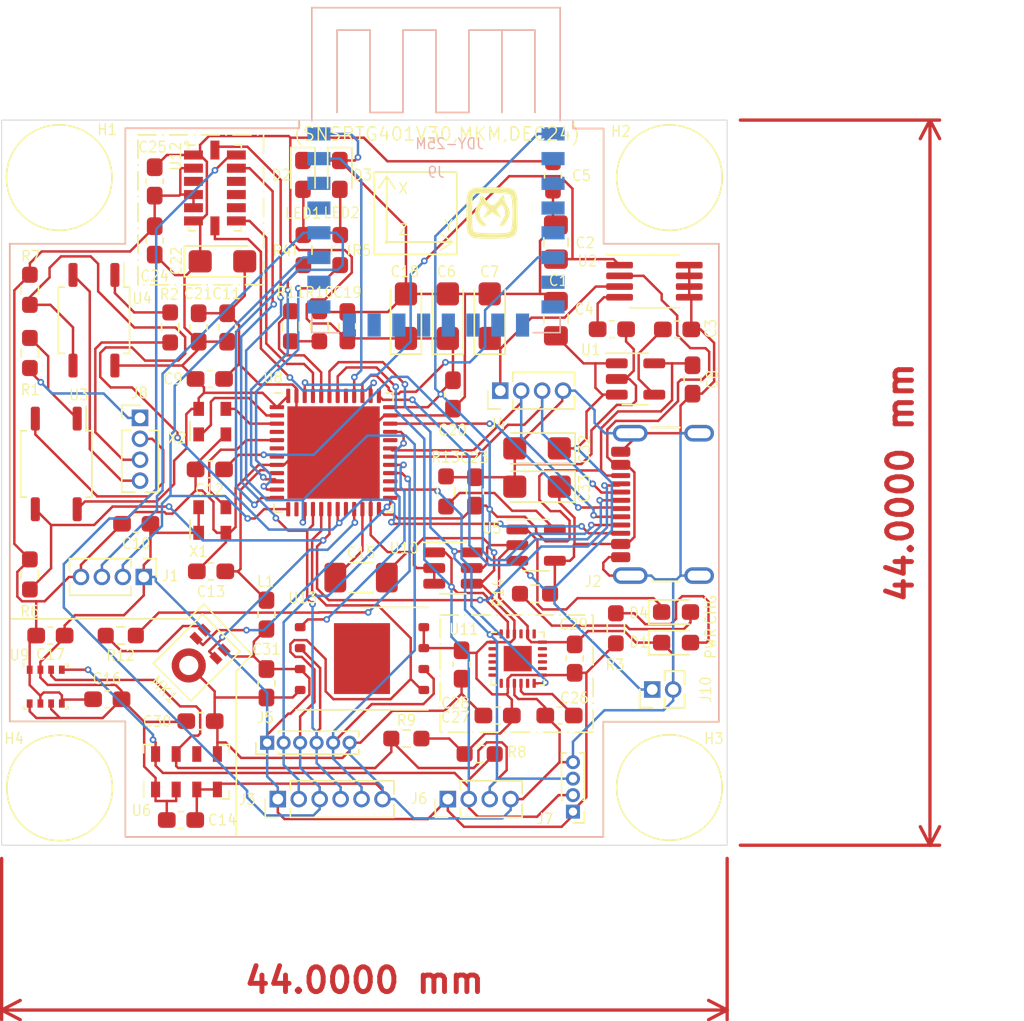
<source format=kicad_pcb>
(kicad_pcb (version 20240108) (generator "pcbnew") (generator_version "8.0")
  (title_block (title "Manoj Kumar Meena") (date "2024-11-30") (rev "3.0") (company "SNSRTG401V30"))
  (layers (0 "F.Cu" signal) (31 "B.Cu" mixed) (34 "B.Paste" user) (35 "F.Paste" user) (36 "B.SilkS" user "B.Silkscreen") (37 "F.SilkS" user "F.Silkscreen") (38 "B.Mask" user) (39 "F.Mask" user) (44 "Edge.Cuts" user))
  (net 0 "")
  (net 1 "NRST")
  (net 2 "Net-(R10-Pad2)")
  (net 3 "GND")
  (net 4 "Net-(U1-BP)")
  (net 5 "RXD1")
  (net 6 "TXD1")
  (net 7 "+3.3V")
  (net 8 "5VINP")
  (net 9 "Net-(R1-Pad2)")
  (net 10 "Net-(R2-Pad2)")
  (net 11 "TRG01")
  (net 12 "TRG02")
  (net 13 "I2C1-SCL")
  (net 14 "I2C1-SDA")
  (net 15 "TXD2")
  (net 16 "RXD2")
  (net 17 "SPI1-NSS1")
  (net 18 "SPI1-SCK")
  (net 19 "SPI1-MISO")
  (net 20 "SPI1-MOSI")
  (net 21 "EXINT1")
  (net 22 "EXINT2")
  (net 23 "SPI1-NSS2")
  (net 24 "SPI1-NSS3")
  (net 25 "IM-DATA")
  (net 26 "IM-CLK")
  (net 27 "IM-L{slash}R")
  (net 28 "Net-(MK1-DATA)")
  (net 29 "SWDIO")
  (net 30 "SWCLK")
  (net 31 "+5V")
  (net 32 "Net-(U2-BP)")
  (net 34 "GPLED2")
  (net 35 "BNRST")
  (net 36 "Net-(D1-A)")
  (net 37 "Net-(D2-A)")
  (net 38 "GPLED1")
  (net 39 "Net-(D3-A)")
  (net 40 "Net-(U8-VREF+)")
  (net 41 "Net-(U8-VCAP1)")
  (net 42 "Net-(U11-REGOUT)")
  (net 43 "Net-(U8-BOOT0)")
  (net 44 "CLK-EN")
  (net 45 "Net-(U8-PC14)")
  (net 47 "Net-(U8-PH0)")
  (net 54 "5VENBL")
  (net 70 "Net-(J8-Pin_1)")
  (net 71 "Net-(J8-Pin_2)")
  (net 72 "Net-(J8-Pin_3)")
  (net 73 "Net-(J8-Pin_4)")
  (net 74 "VBAT")
  (net 75 "Net-(D4-K)")
  (net 76 "Net-(D4-A)")
  (net 77 "Net-(U5-PROG)")
  (net 82 "STATUS")
  (footprint "Resistor_SMD:R_0603_1608Metric_Pad0.98x0.95mm_HandSolder" (layer "F.Cu") (at 112.3472 54.74 180)
    (property "Reference" "R14")
    (property "Value" "680")
  )
  (footprint "Resistor_SMD:R_0603_1608Metric_Pad0.98x0.95mm_HandSolder" (layer "F.Cu") (at 87.2255 57.277 180)
    (property "Reference" "R12")
    (property "Value" "100")
  )
  (footprint "Connector_PinHeader_1.00mm:PinHeader_1x04_P1.00mm_Vertical" (layer "F.Cu") (at 114.65 67.96 180)
    (property "Reference" "J7")
    (property "Value" "Conn_01x04")
  )
  (footprint "MountingHole:MountingHole_3.2mm_M3" (layer "F.Cu") (at 83.5 66.5)
    (property "Reference" "H4")
    (property "Value" "M3")
  )
  (footprint "Capacitor_SMD:C_0603_1608Metric_Pad1.08x0.95mm_HandSolder" (layer "F.Cu") (at 92.7 53.38 180)
    (property "Reference" "C13")
    (property "Value" "104")
  )
  (footprint "Capacitor_SMD:C_0603_1608Metric_Pad1.08x0.95mm_HandSolder" (layer "F.Cu") (at 100.965 38.5075 90)
    (property "Reference" "C19")
    (property "Value" "104")
  )
  (footprint "MountingHole:MountingHole_3.2mm_M3" (layer "F.Cu") (at 120.5 29.5)
    (property "Reference" "H2")
    (property "Value" "M3")
  )
  (footprint "Resistor_SMD:R_0603_1608Metric_Pad0.98x0.95mm_HandSolder" (layer "F.Cu") (at 97.536 38.5083 90)
    (property "Reference" "R11")
    (property "Value" "10K")
  )
  (footprint "LED_SMD:LED_0603_1608Metric_Pad1.05x0.95mm_HandSolder" (layer "F.Cu") (at 120.9 55.85)
    (property "Reference" "D4")
    (property "Value" "LED")
  )
  (footprint "Capacitor_SMD:C_0603_1608Metric_Pad1.08x0.95mm_HandSolder" (layer "F.Cu") (at 107.8938 59.032 90)
    (property "Reference" "C28")
    (property "Value" "103")
  )
  (footprint "Resistor_SMD:R_0603_1608Metric_Pad0.98x0.95mm_HandSolder" (layer "F.Cu") (at 99.2699 38.5083 -90)
    (property "Reference" "R10")
    (property "Value" "10K")
  )
  (footprint "Connector_PinHeader_1.27mm:PinHeader_1x04_P1.27mm_Vertical" (layer "F.Cu") (at 88.6206 53.721 -90)
    (property "Reference" "J1")
    (property "Value" "Conn_01x04")
  )
  (footprint "Capacitor_Tantalum_SMD:CP_EIA-3216-18_Kemet-A" (layer "F.Cu") (at 93.392 34.5694)
    (property "Reference" "C22")
    (property "Value" "10uF")
  )
  (footprint "Resistor_SMD:R_0603_1608Metric_Pad0.98x0.95mm_HandSolder" (layer "F.Cu") (at 106.95 48.5325 90)
    (property "Reference" "R13")
    (property "Value" "10K")
  )
  (footprint "Connector_PinHeader_1.00mm:PinHeader_1x06_P1.00mm_Vertical" (layer "F.Cu") (at 96.1028 63.7794 90)
    (property "Reference" "J5")
    (property "Value" "Conn_01x06")
  )
  (footprint "Capacitor_SMD:C_0603_1608Metric_Pad1.08x0.95mm_HandSolder" (layer "F.Cu") (at 113.8318 62.1284)
    (property "Reference" "C26")
    (property "Value" "104")
  )
  (footprint "Connector_PinHeader_1.27mm:PinHeader_1x04_P1.27mm_Vertical" (layer "F.Cu") (at 88.392 44.069)
    (property "Reference" "J8")
    (property "Value" "Conn_01x04")
  )
  (footprint "Capacitor_SMD:C_0603_1608Metric_Pad1.08x0.95mm_HandSolder" (layer "F.Cu") (at 92.624 41.7068)
    (property "Reference" "C9")
    (property "Value" "104")
  )
  (footprint "Capacitor_Tantalum_SMD:CP_EIA-3216-18_Kemet-A" (layer "F.Cu") (at 104.521 37.8968 90)
    (property "Reference" "C18")
    (property "Value" "10uF")
  )
  (footprint "Oscillator:Oscillator_SMD_Abracon_ASDMB-4Pin_2.5x2.0mm" (layer "F.Cu") (at 92.774 44.2976)
    (property "Reference" "X2")
    (property "Value" "32K768Hz")
  )
  (footprint "MKM-FTP-V10:ADXL375-LGA-3x5MM" (layer "F.Cu") (at 92.934 30.118)
    (property "Reference" "U12")
    (property "Value" "ADXL345")
  )
  (footprint "Package_TO_SOT_SMD:SOT-23-6" (layer "F.Cu") (at 107.3725 53.18)
    (property "Reference" "U10")
    (property "Value" "TLV493D")
  )
  (footprint "Resistor_SMD:R_0603_1608Metric_Pad0.98x0.95mm_HandSolder" (layer "F.Cu") (at 90.2208 38.5826 90)
    (property "Reference" "R2")
    (property "Value" "1K")
  )
  (footprint "Capacitor_SMD:C_0603_1608Metric_Pad1.08x0.95mm_HandSolder" (layer "F.Cu") (at 89.281 33.2994 -90)
    (property "Reference" "C24")
    (property "Value" "104")
  )
  (footprint "Capacitor_SMD:C_0603_1608Metric_Pad1.08x0.95mm_HandSolder" (layer "F.Cu") (at 121.9 41.7375 -90)
    (property "Reference" "C8")
    (property "Value" "104")
  )
  (footprint "Capacitor_SMD:C_0603_1608Metric_Pad1.08x0.95mm_HandSolder" (layer "F.Cu") (at 93.6752 38.5826 90)
    (property "Reference" "C11")
    (property "Value" "104")
  )
  (footprint "Oscillator:Oscillator_SMD_Abracon_ASDMB-4Pin_2.5x2.0mm" (layer "F.Cu") (at 92.774 50.2666)
    (property "Reference" "X1")
    (property "Value" "10MHz")
  )
  (footprint "Package_SO:MSOP-8_3x3mm_P0.65mm" (layer "F.Cu") (at 119.5875 35.775)
    (property "Reference" "U2")
    (property "Value" "MIC5219-5.0YMM")
  )
  (footprint "Capacitor_SMD:C_0603_1608Metric_Pad1.08x0.95mm_HandSolder" (layer "F.Cu") (at 90.8775 68.47 180)
    (property "Reference" "C14")
    (property "Value" "104")
  )
  (footprint "Package_TO_SOT_SMD:SOT-23-5" (layer "F.Cu") (at 118.4425 41.71)
    (property "Reference" "U1")
    (property "Value" "MIC5219-3.3YM5")
  )
  (footprint "Package_SON:WSON-8-1EP_8x6mm_P1.27mm_EP3.4x4.3mm" (layer "F.Cu") (at 101.854 58.674)
    (property "Reference" "U13")
    (property "Value" "W25Q32JVZP")
  )
  (footprint "Resistor_SMD:R_0603_1608Metric_Pad0.98x0.95mm_HandSolder" (layer "F.Cu") (at 98.298 33.8855 90)
    (property "Reference" "R4")
    (property "Value" "2K")
  )
  (footprint "Connector_PinHeader_1.27mm:PinHeader_1x06_P1.27mm_Vertical" (layer "F.Cu") (at 96.7486 67.2 90)
    (property "Reference" "J3")
    (property "Value" "Conn_01x06")
  )
  (footprint "Package_DFN_QFN:QFN-48-1EP_7x7mm_P0.5mm_EP5.6x5.6mm" (layer "F.Cu") (at 100.13 46.17)
    (property "Reference" "U8")
    (property "Value" "STM32F401CBU7")
  )
  (footprint "Capacitor_SMD:C_0603_1608Metric_Pad1.08x0.95mm_HandSolder" (layer "F.Cu") (at 117.0075 38.69)
    (property "Reference" "C4")
    (property "Value" "470pF")
  )
  (footprint "Capacitor_Tantalum_SMD:CP_EIA-3216-18_Kemet-A" (layer "F.Cu") (at 112.47 48.2428 180)
    (property "Reference" "C33")
    (property "Value" "4u7F")
  )
  (footprint "Inductor_SMD:L_0603_1608Metric_Pad1.05x0.95mm_HandSolder" (layer "F.Cu") (at 96.06 56.005 90)
    (property "Reference" "L1")
    (property "Value" "10uH")
  )
  (footprint "Capacitor_SMD:C_0603_1608Metric_Pad1.08x0.95mm_HandSolder" (layer "F.Cu") (at 108.7062 48.5325 -90)
    (property "Reference" "C23")
    (property "Value" "104")
  )
  (footprint "Connector_PinHeader_1.27mm:PinHeader_1x04_P1.27mm_Vertical" (layer "F.Cu") (at 107.061 67.2 90)
    (property "Reference" "J6")
    (property "Value" "Conn_01x04")
  )
  (footprint "Capacitor_SMD:C_0603_1608Metric_Pad1.08x0.95mm_HandSolder" (layer "F.Cu") (at 120.9625 38.7)
    (property "Reference" "C3")
    (property "Value" "470pF")
  )
  (footprint "Package_LGA:LGA-8_3x5mm_P1.25mm" (layer "F.Cu") (at 91.21 65.54 90)
    (property "Reference" "U6")
    (property "Value" "MS5611-01BA")
  )
  (footprint "Capacitor_Tantalum_SMD:CP_EIA-3216-18_Kemet-A" (layer "F.Cu") (at 107.061 37.8968 90)
    (property "Reference" "C6")
    (property "Value" "4.7uF")
  )
  (footprint "MountingHole:MountingHole_3.2mm_M3" (layer "F.Cu") (at 120.5 66.5)
    (property "Reference" "H3")
    (property "Value" "M3")
  )
  (footprint "Sensor_Audio:Infineon_PG-LLGA-5-1" (layer "F.Cu") (at 91.8283 58.6096 -135)
    (property "Reference" "MK1")
    (property "Value" "IM66D130A")
  )
  (footprint "Capacitor_SMD:C_0603_1608Metric_Pad1.08x0.95mm_HandSolder" (layer "F.Cu") (at 91.948 38.5826 90)
    (property "Reference" "C21")
    (property "Value" "104")
  )
  (footprint "Capacitor_SMD:C_0603_1608Metric_Pad1.08x0.95mm_HandSolder" (layer "F.Cu") (at 86.4075 61.14)
    (property "Reference" "C16")
    (property "Value" "104")
  )
  (footprint "Capacitor_SMD:C_0603_1608Metric_Pad1.08x0.95mm_HandSolder" (layer "F.Cu") (at 88.1634 50.4952 180)
    (property "Reference" "C10")
    (property "Value" "104")
  )
  (footprint "Connector_PinHeader_1.27mm:PinHeader_1x04_P1.27mm_Vertical" (layer "F.Cu") (at 110.24 42.418 90)
    (property "Reference" "J4")
    (property "Value" "Conn_01x04")
  )
  (footprint "Resistor_SMD:R_0603_1608Metric_Pad0.98x0.95mm_HandSolder" (layer "F.Cu") (at 81.7118 36.2966 90)
    (property "Reference" "R7")
    (property "Value" "4K7")
  )
  (footprint "Capacitor_Tantalum_SMD:CP_EIA-3216-18_Kemet-A" (layer "F.Cu") (at 109.601 37.8968 90)
    (property "Reference" "C7")
    (property "Value" "4.7uF")
  )
  (footprint "Resistor_SMD:R_0603_1608Metric_Pad0.98x0.95mm_HandSolder" (layer "F.Cu") (at 117.25 56.8375 90)
    (property "Reference" "R3")
    (property "Value" "2K")
  )
  (footprint "Package_SO:SOP-4_3.8x4.1mm_P2.54mm" (layer "F.Cu") (at 85.598 38.144 -90)
    (property "Reference" "U4")
    (property "Value" "CPC1020N")
  )
  (footprint "LED_SMD:LED_0603_1608Metric_Pad1.05x0.95mm_HandSolder" (layer "F.Cu") (at 100.5078 29.3256 -90)
    (property "Reference" "D3")
    (property "Value" "GRN")
  )
  (footprint "Capacitor_SMD:C_0603_1608Metric_Pad1.08x0.95mm_HandSolder" (layer "F.Cu") (at 92.624 47.1932 180)
    (property "Reference" "C12")
    (property "Value" "104")
  )
  (footprint "Capacitor_SMD:C_0805_2012Metric_Pad1.18x1.45mm_HandSolder" (layer "F.Cu") (at 113.6142 38.0492 -90)
    (property "Reference" "C1")
    (property "Value" "105")
  )
  (footprint "Resistor_SMD:R_0603_1608Metric_Pad0.98x0.95mm_HandSolder" (layer "F.Cu") (at 100.5332 33.8855 90)
    (property "Reference" "R5")
    (property "Value" "2K")
  )
  (footprint "Package_TO_SOT_SMD:SOT-23-5" (layer "F.Cu") (at 112.4125 51.79)
    (property "Reference" "U5")
    (property "Value" "MCP73832-2-OT")
  )
  (footprint "Capacitor_SMD:C_0603_1608Metric_Pad1.08x0.95mm_HandSolder" (layer "F.Cu") (at 113.4364 29.3624 90)
    (property "Reference" "C5")
    (property "Value" "104")
  )
  (footprint "Capacitor_SMD:C_1206_3216Metric_Pad1.33x1.80mm_HandSolder" (layer "F.Cu") (at 101.7975 53.76)
    (property "Reference" "C15")
    (property "Value" "4u7F")
  )
  (footprint "LED_SMD:LED_0603_1608Metric_Pad1.05x0.95mm_HandSolder" (layer "F.Cu") (at 120.9 57.705)
    (property "Reference" "D1")
    (property "Value" "RED")
  )
  (footprint "Capacitor_Tantalum_SMD:CP_EIA-3216-18_Kemet-A" (layer "F.Cu") (at 112.47 45.92 180)
    (property "Reference" "C32")
    (property "Value" "4u7F")
  )
  (footprint "Package_LGA:Bosch_LGA-8_2.5x2.5mm_P0.65mm_ClockwisePinNumbering" (layer "F.Cu") (at 82.675 60.375)
    (property "Reference" "U9")
    (property "Value" "BME280")
  )
  (footprint "Resistor_SMD:R_0603_1608Metric_Pad0.98x0.95mm_HandSolder" (layer "F.Cu") (at 108.9914 64.4652 180)
    (property "Reference" "R8")
    (property "Value" "4K7")
  )
  (footprint "MountingHole:MountingHole_3.2mm_M3" (layer "F.Cu") (at 83.5 29.5)
    (property "Reference" "H1")
    (property "Value" "M3")
  )
  (footprint "Resistor_SMD:R_0603_1608Metric_Pad0.98x0.95mm_HandSolder" (layer "F.Cu") (at 81.7118 40.132 90)
    (property "Reference" "R1")
    (property "Value" "1K")
  )
  (footprint "LED_SMD:LED_0603_1608Metric_Pad1.05x0.95mm_HandSolder" (layer "F.Cu") (at 98.2726 29.3256 -90)
    (property "Reference" "D2")
    (property "Value" "BLU")
  )
  (footprint "Resistor_SMD:R_0603_1608Metric_Pad0.98x0.95mm_HandSolder" (layer "F.Cu") (at 81.7118 53.5686 90)
    (property "Reference" "R6")
    (property "Value" "4K7")
  )
  (footprint "MKM-FTP-V10:MPU9250-QFN24-3x3mm-P0.4mm" (layer "F.Cu") (at 111.2974 58.6764)
    (property "Reference" "U11")
    (property "Value" "MPU-9250")
  )
  (footprint "Capacitor_SMD:C_0603_1608Metric_Pad1.08x0.95mm_HandSolder" (layer "F.Cu") (at 110.0793 62.1284)
    (property "Reference" "C27")
    (property "Value" "104")
  )
  (footprint "Capacitor_SMD:C_0603_1608Metric_Pad1.08x0.95mm_HandSolder" (layer "F.Cu") (at 107.37 42.6475 -90)
    (property "Reference" "C20")
    (property "Value" "104")
  )
  (footprint "MKM-FTP-V10:MKMLOGO-P" (layer "F.Cu") (at 109.7534 31.6484)
    (property "Reference" "U7" (hide yes))
    (property "Value" "MKM-LOGON-V10" (hide yes))
  )
  (footprint "Capacitor_SMD:C_0603_1608Metric_Pad1.08x0.95mm_HandSolder" (layer "F.Cu") (at 82.9575 57.277)
    (property "Reference" "C17")
    (property "Value" "104")
  )
  (footprint "Resistor_SMD:R_0603_1608Metric_Pad0.98x0.95mm_HandSolder" (layer "F.Cu") (at 104.5445 63.5254)
    (property "Reference" "R9")
    (property "Value" "4K7")
  )
  (footprint "MKM-FTP-V10:BullsEye" (layer "F.Cu") (at 102.6036 34.15)
    (property "Reference" "M1" (hide yes))
    (property "Value" "MKM-XYZ-AXIS")
  )
  (footprint "Capacitor_SMD:C_0603_1608Metric_Pad1.08x0.95mm_HandSolder" (layer "F.Cu") (at 89.281 29.7212 90)
    (property "Reference" "C25")
    (property "Value" "104")
  )
  (footprint "Connector_USB:USB_C_Receptacle_GCT_USB4105-xx-A_16P_TopMnt_Horizontal" (layer "F.Cu") (at 121.225 49.32 90)
    (property "Reference" "J2")
    (property "Value" "USB_C_Receptacle_USB2.0_16P")
  )
  (footprint "Capacitor_SMD:C_0603_1608Metric_Pad1.08x0.95mm_HandSolder" (layer "F.Cu") (at 96.06 60.1726 90)
    (property "Reference" "C31")
    (property "Value" "104")
  )
  (footprint "Connector_PinHeader_1.27mm:PinHeader_1x02_P1.27mm_Vertical" (layer "F.Cu") (at 119.4562 60.55 90)
    (property "Reference" "J10")
    (property "Value" "Conn_01x02")
  )
  (footprint "Capacitor_SMD:C_0805_2012Metric_Pad1.18x1.45mm_HandSolder" (layer "F.Cu") (at 113.6142 33.401 -90)
    (property "Reference" "C2")
    (property "Value" "105")
  )
  (footprint "Package_SO:SOP-4_3.8x4.1mm_P2.54mm" (layer "F.Cu") (at 83.312 46.863 -90)
    (property "Reference" "U3")
    (property "Value" "CPC1020N")
  )
  (footprint "Capacitor_SMD:C_0603_1608Metric_Pad1.08x0.95mm_HandSolder" (layer "F.Cu") (at 92.0575 62.47 180)
    (property "Reference" "C30")
    (property "Value" "104")
  )
  (footprint "Capacitor_SMD:C_0603_1608Metric_Pad1.08x0.95mm_HandSolder" (layer "F.Cu") (at 114.7518 58.6751 -90)
    (property "Reference" "C29")
    (property "Value" "104")
  )
  (footprint "JDY-08:JDY-08" (layer "B.Cu") (at 106.341 29.038 180)
    (property "Reference" "J9")
    (property "Value" "JDY-25M")
  )
  (gr_line (start 80.4926 62.484) (end 87.503 62.484) (stroke (width 0.1)) (layer "B.SilkS"))
  (gr_line (start 87.503 33.5026) (end 80.4926 33.5026) (stroke (width 0.1)) (layer "B.SilkS"))
  (gr_line (start 80.4926 33.5026) (end 80.4926 62.484) (stroke (width 0.1)) (layer "B.SilkS"))
  (gr_line (start 123.4948 33.5026) (end 116.5098 33.5026) (stroke (width 0.1)) (layer "B.SilkS"))
  (gr_line (start 123.4948 62.5094) (end 123.4948 33.5026) (stroke (width 0.1)) (layer "B.SilkS"))
  (gr_line (start 98.044 26.035) (end 98.044 26.4922) (stroke (width 0.1)) (layer "B.SilkS"))
  (gr_line (start 114.6556 26.5176) (end 114.6556 26.0604) (stroke (width 0.1)) (layer "B.SilkS"))
  (gr_line (start 116.5098 33.5026) (end 116.5098 26.5176) (stroke (width 0.1)) (layer "B.SilkS"))
  (gr_line (start 87.503 69.4944) (end 116.4844 69.4944) (stroke (width 0.1)) (layer "B.SilkS"))
  (gr_line (start 116.4844 69.4944) (end 116.4844 62.5094) (stroke (width 0.1)) (layer "B.SilkS"))
  (gr_line (start 116.4844 62.5094) (end 123.4948 62.5094) (stroke (width 0.1)) (layer "B.SilkS"))
  (gr_line (start 116.5098 26.5176) (end 114.6556 26.5176) (stroke (width 0.1)) (layer "B.SilkS"))
  (gr_line (start 98.044 26.4922) (end 87.503 26.4922) (stroke (width 0.1)) (layer "B.SilkS"))
  (gr_line (start 87.503 62.484) (end 87.503 69.4944) (stroke (width 0.1)) (layer "B.SilkS"))
  (gr_line (start 87.503 26.4922) (end 87.503 33.5026) (stroke (width 0.1)) (layer "B.SilkS"))
  (gr_line (start 98.044 26.5) (end 98.044 26.035) (stroke (width 0.1)) (layer "F.SilkS"))
  (gr_line (start 92.2782 55.372) (end 95.1738 58.42) (stroke (width 0.1)) (layer "F.SilkS"))
  (gr_line (start 87.5 62.5) (end 87.5 69.5) (stroke (width 0.1)) (layer "F.SilkS"))
  (gr_line (start 87.5 26.5) (end 98.044 26.5) (stroke (width 0.1)) (layer "F.SilkS"))
  (gr_line (start 116.5 69.5) (end 116.5 62.5) (stroke (width 0.1)) (layer "F.SilkS"))
  (gr_circle (center 120.498 66.4972) (end 123.698 66.4972) (stroke (width 0.1)) (fill none) (layer "F.SilkS"))
  (gr_rect (start 88.265 26.8986) (end 95.885 35.9918) (stroke (width 0.1) (type dash_dot)) (fill none) (layer "F.SilkS"))
  (gr_line (start 94.234 64.389) (end 94.234 69.5) (stroke (width 0.1)) (layer "F.SilkS"))
  (gr_line (start 80.5 56) (end 80.5 62.5) (stroke (width 0.1)) (layer "F.SilkS"))
  (gr_line (start 123.5 33.5) (end 116.5 33.5) (stroke (width 0.1)) (layer "F.SilkS"))
  (gr_line (start 87.5 26.5) (end 87.5 33.5) (stroke (width 0.1)) (layer "F.SilkS"))
  (gr_circle (center 83.4902 29.4894) (end 86.6902 29.4894) (stroke (width 0.1)) (fill none) (layer "F.SilkS"))
  (gr_line (start 87.5 33.5) (end 80.5 33.5) (stroke (width 0.1)) (layer "F.SilkS"))
  (gr_line (start 94.234 59.436) (end 94.234 64.389) (stroke (width 0.1)) (layer "F.SilkS"))
  (gr_line (start 91.313 56.261) (end 92.2782 55.372) (stroke (width 0.1)) (layer "F.SilkS"))
  (gr_line (start 116.5 33.5) (end 116.5 26.5) (stroke (width 0.1)) (layer "F.SilkS"))
  (gr_line (start 95.1738 58.42) (end 94.234 59.436) (stroke (width 0.1)) (layer "F.SilkS"))
  (gr_poly (pts (xy 106.603802 56.0324) (xy 115.8748 56.0324) (xy 115.8748 63.1444) (xy 106.6038 63.1444)) (stroke (width 0.1) (type dash_dot)) (fill none) (layer "F.SilkS"))
  (gr_line (start 116.5 62.5) (end 123.5 62.5) (stroke (width 0.1)) (layer "F.SilkS"))
  (gr_line (start 114.681 26.035) (end 114.681 26.5) (stroke (width 0.1)) (layer "F.SilkS"))
  (gr_line (start 80.5 56.261) (end 91.313 56.261) (stroke (width 0.1)) (layer "F.SilkS"))
  (gr_circle (center 83.5152 66.523) (end 86.7152 66.523) (stroke (width 0.1)) (fill none) (layer "F.SilkS"))
  (gr_line (start 116.5 26.5) (end 114.681 26.5) (stroke (width 0.1)) (layer "F.SilkS"))
  (gr_circle (center 120.4976 29.489) (end 123.6976 29.489) (stroke (width 0.1)) (fill none) (layer "F.SilkS"))
  (gr_line (start 80.5 62.5) (end 87.5 62.5) (stroke (width 0.1)) (layer "F.SilkS"))
  (gr_line (start 80.5 33.5) (end 80.5 56) (stroke (width 0.1)) (layer "F.SilkS"))
  (gr_line (start 87.5 69.5) (end 116.5 69.5) (stroke (width 0.1)) (layer "F.SilkS"))
  (gr_line (start 123.5 62.5) (end 123.5 33.5) (stroke (width 0.1)) (layer "F.SilkS"))
  (gr_rect (start 80 26) (end 124 70) (stroke (width 0.05)) (fill none) (layer "Edge.Cuts"))
  (gr_text "JDY-25M" (at 107.1626 27.432 0) (layer "B.SilkS") (effects (font (size 0.65 0.6) (thickness 0.08)) (justify mirror)))
  (gr_text "CHG" (at 123.39 56.68 90) (layer "F.SilkS") (effects (font (size 0.65 0.6) (thickness 0.08)) (justify left bottom)))
  (gr_text "LED1" (at 97.1296 32.0294 0) (layer "F.SilkS") (effects (font (size 0.65 0.6) (thickness 0.08)) (justify left bottom)))
  (gr_text "LED2" (at 99.4664 32.004 0) (layer "F.SilkS") (effects (font (size 0.65 0.6) (thickness 0.08)) (justify left bottom)))
  (gr_text "(SNSRTG401V30,MKM,DEC24)" (at 97.66 27.31 0) (layer "F.SilkS") (effects (font (size 0.8 0.8) (thickness 0.09)) (justify left bottom)))
  (gr_text "PWR" (at 123.39 58.75 90) (layer "F.SilkS") (effects (font (size 0.65 0.6) (thickness 0.08)) (justify left bottom)))
  (dimension (type aligned) (layer "F.Cu") (pts (xy 80 70.3) (xy 124 70.3)) (height 9.7) (gr_text "44.0000 mm" (at 102 78.2 0) (layer "F.Cu") (effects (font (size 1.5 1.5) (thickness 0.3)))) (format (prefix "") (suffix "") (units 3) (units_format 1) (precision 4)) (style (thickness 0.2) (arrow_length 1.27) (text_position_mode 0) (extension_height 0.58642) (extension_offset 0.5) keep_text_aligned))
  (dimension (type aligned) (layer "F.Cu") (pts (xy 124.3 70) (xy 124.3 26)) (height 12) (gr_text "44.0000 mm" (at 134.5 48 90) (layer "F.Cu") (effects (font (size 1.5 1.5) (thickness 0.3)))) (format (prefix "") (suffix "") (units 3) (units_format 1) (precision 4)) (style (thickness 0.2) (arrow_length 1.27) (text_position_mode 0) (extension_height 0.58642) (extension_offset 0.5) keep_text_aligned))
  (segment (start 96.581 46.3085) (end 96.6925 46.42) (width 0.15) (layer "F.Cu") (net 1))
  (segment (start 94.3712 46.3085) (end 93.4865 47.1932) (width 0.15) (layer "F.Cu") (net 1))
  (segment (start 95.8947 46.3085) (end 94.3712 46.3085) (width 0.15) (layer "F.Cu") (net 1))
  (segment (start 95.8947 46.3085) (end 96.581 46.3085) (width 0.15) (layer "F.Cu") (net 1))
  (segment (start 117.545 50.57) (end 115.7613 50.57) (width 0.15) (layer "F.Cu") (net 1))
  (via (at 95.8947 46.3085) (size 0.4) (drill 0.2) (layers "F.Cu" "B.Cu") (net 1))
  (via (at 115.7613 50.57) (size 0.4) (drill 0.2) (layers "F.Cu" "B.Cu") (net 1))
  (segment (start 115.7613 50.7158) (end 115.3739 51.1032) (width 0.15) (layer "B.Cu") (net 1))
  (segment (start 109.1714 52.1595) (end 109.1714 46.1321) (width 0.15) (layer "B.Cu") (net 1))
  (segment (start 109.1714 46.1321) (end 104.6186 41.5793) (width 0.15) (layer "B.Cu") (net 1))
  (segment (start 109.7082 52.6963) (end 109.1714 52.1595) (width 0.15) (layer "B.Cu") (net 1))
  (segment (start 115.7613 50.57) (end 115.7613 50.7158) (width 0.15) (layer "B.Cu") (net 1))
  (segment (start 112.1368 51.1032) (end 110.5437 52.6963) (width 0.15) (layer "B.Cu") (net 1))
  (segment (start 103.655 41.5793) (end 98.9258 46.3085) (width 0.15) (layer "B.Cu") (net 1))
  (segment (start 98.9258 46.3085) (end 95.8947 46.3085) (width 0.15) (layer "B.Cu") (net 1))
  (segment (start 104.6186 41.5793) (end 103.655 41.5793) (width 0.15) (layer "B.Cu") (net 1))
  (segment (start 115.3739 51.1032) (end 112.1368 51.1032) (width 0.15) (layer "B.Cu") (net 1))
  (segment (start 110.5437 52.6963) (end 109.7082 52.6963) (width 0.15) (layer "B.Cu") (net 1))
  (segment (start 99.2699 39.4208) (end 97.536 39.4208) (width 0.15) (layer "F.Cu") (net 2))
  (segment (start 110.1675 52.5925) (end 110.97 51.79) (width 0.15) (layer "F.Cu") (net 3))
  (segment (start 81.7 59.35) (end 81.7 60.2816) (width 0.15) (layer "F.Cu") (net 3))
  (segment (start 113.8377 62.9968) (end 113.8377 64.96) (width 0.15) (layer "F.Cu") (net 3))
  (segment (start 92.92 61.0351) (end 96.06 61.0351) (width 0.15) (layer "F.Cu") (net 3))
  (segment (start 94.3962 38.4411) (end 93.6752 37.7201) (width 0.15) (layer "F.Cu") (net 3))
  (segment (start 112.6521 33.3256) (end 112.6521 36.5468) (width 0.15) (layer "F.Cu") (net 3))
  (segment (start 95.5844 46.92) (end 94.1885 48.3159) (width 0.15) (layer "F.Cu") (net 3))
  (segment (start 87.3009 50.4952) (end 84.8106 52.9855) (width 0.15) (layer "F.Cu") (net 3))
  (segment (start 84.8106 53.721) (end 84.0839 53.721) (width 0.15) (layer "F.Cu") (net 3))
  (segment (start 104.521 36.5468) (end 107.061 36.5468) (width 0.15) (layer "F.Cu") (net 3))
  (segment (start 121.825 36.875) (end 121.7 36.75) (width 0.15) (layer "F.Cu") (net 3))
  (segment (start 118.4683 57.705) (end 117.7696 57.0063) (width 0.15) (layer "F.Cu") (net 3))
  (segment (start 94.3962 40.7971) (end 95.6447 42.0456) (width 0.15) (layer "F.Cu") (net 3))
  (segment (start 82.43 33.97) (end 81.7118 34.6882) (width 0.15) (layer "F.Cu") (net 3))
  (segment (start 87.3009 50.4952) (end 88.0122 49.7839) (width 0.15) (layer "F.Cu") (net 3))
  (segment (start 118.2299 43.2801) (end 117.3112 43.2801) (width 0.15) (layer "F.Cu") (net 3))
  (segment (start 123.21 39.52) (end 123.21 41.86) (width 0.15) (layer "F.Cu") (net 3))
  (segment (start 111.8974 57.1764) (end 111.8974 56.6969) (width 0.15) (layer "F.Cu") (net 3))
  (segment (start 89.8789 49.7839) (end 89.9766 49.8816) (width 0.15) (layer "F.Cu") (net 3))
  (segment (start 110.871 67.2) (end 111.5977 67.2) (width 0.15) (layer "F.Cu") (net 3))
  (segment (start 93.5867 63.7633) (end 93.085 63.7633) (width 0.15) (layer "F.Cu") (net 3))
  (segment (start 92.92 60.663) (end 91.9202 59.6632) (width 0.15) (layer "F.Cu") (net 3))
  (segment (start 80.9507 53.4172) (end 81.7118 52.6561) (width 0.15) (layer "F.Cu") (net 3))
  (segment (start 118.12 45) (end 118.6961 45) (width 0.15) (layer "F.Cu") (net 3))
  (segment (start 118.47 42.11) (end 118.47 43.04) (width 0.15) (layer "F.Cu") (net 3))
  (segment (start 94.1885 50.6915) (end 93.8384 51.0416) (width 0.15) (layer "F.Cu") (net 3))
  (segment (start 100.5438 46.5837) (end 102.38 48.42) (width 0.15) (layer "F.Cu") (net 3))
  (segment (start 92.156736 48.4736) (end 92.8472 49.164064) (width 0.15) (layer "F.Cu") (net 3))
  (segment (start 93.599 51.6185) (end 93.599 51.0416) (width 0.15) (layer "F.Cu") (net 3))
  (segment (start 120.025 57.705) (end 118.4683 57.705) (width 0.15) (layer "F.Cu") (net 3))
  (segment (start 101.4194 28.4506) (end 101.61 28.26) (width 0.15) (layer "F.Cu") (net 3))
  (segment (start 89.281 30.5837) (end 89.281 32.4369) (width 0.15) (layer "F.Cu") (net 3))
  (segment (start 121.9 42.6) (end 121.1733 43.3267) (width 0.15) (layer "F.Cu") (net 3))
  (segment (start 108.51 53.18) (end 109.172499 53.18) (width 0.15) (layer "F.Cu") (net 3))
  (segment (start 89.281 32.4787) (end 87.7897 33.97) (width 0.15) (layer "F.Cu") (net 3))
  (segment (start 117.87 39.4364) (end 117.87 38.69) (width 0.15) (layer "F.Cu") (net 3))
  (segment (start 81.7 60.2816) (end 82.35 60.9316) (width 0.15) (layer "F.Cu") (net 3))
  (segment (start 81.7 57.672) (end 81.7 59.35) (width 0.15) (layer "F.Cu") (net 3))
  (segment (start 102.38 48.42) (end 102.38 49.6075) (width 0.15) (layer "F.Cu") (net 3))
  (segment (start 92.8472 49.164064) (end 92.8472 50.8372) (width 0.15) (layer "F.Cu") (net 3))
  (segment (start 101.1028 63.7794) (end 101.7545 63.7794) (width 0.15) (layer "F.Cu") (net 3))
  (segment (start 88.0122 49.7839) (end 89.8789 49.7839) (width 0.15) (layer "F.Cu") (net 3))
  (segment (start 111.8974 56.6969) (end 110.1675 54.967) (width 0.15) (layer "F.Cu") (net 3))
  (segment (start 116.49 52.86) (end 116.49 53.27) (width 0.15) (layer "F.Cu") (net 3))
  (segment (start 116.86 53.64) (end 118.12 53.64) (width 0.15) (layer "F.Cu") (net 3))
  (segment (start 83.65 60.9) (end 83.4816 60.7316) (width 0.15) (layer "F.Cu") (net 3))
  (segment (start 93.0516 51.0416) (end 93.599 51.0416) (width 0.15) (layer "F.Cu") (net 3))
  (segment (start 121.7 35.45) (end 121.7 34.8) (width 0.15) (layer "F.Cu") (net 3))
  (segment (start 104.521 32.4638) (end 104.521 36.5468) (width 0.15) (layer "F.Cu") (net 3))
  (segment (start 117.305 41.71) (end 117.8336 41.71) (width 0.15) (layer "F.Cu") (net 3))
  (segment (start 111.12 47.67) (end 108.7062 47.67) (width 0.15) (layer "F.Cu") (net 3))
  (segment (start 105.0079 52.2123) (end 105.0079 51.9421) (width 0.15) (layer "F.Cu") (net 3))
  (segment (start 117.8336 41.71) (end 118.3336 41.21) (width 0.15) (layer "F.Cu") (net 3))
  (segment (start 112.6521 36.5468) (end 113.1493 36.5468) (width 0.15) (layer "F.Cu") (net 3))
  (segment (start 84.8106 52.9855) (end 84.8106 53.721) (width 0.15) (layer "F.Cu") (net 3))
  (segment (start 115.5581 57.0063) (end 114.7518 57.8126) (width 0.15) (layer "F.Cu") (net 3))
  (segment (start 100.965 37.645) (end 99.3191 37.645) (width 0.15) (layer "F.Cu") (net 3))
  (segment (start 116.83 52.52) (end 116.49 52.86) (width 0.15) (layer "F.Cu") (net 3))
  (segment (start 105.0078 52.2123) (end 105.0079 52.2123) (width 0.15) (layer "F.Cu") (net 3))
  (segment (start 108.0907 36.5468) (end 109.601 36.5468) (width 0.15) (layer "F.Cu") (net 3))
  (segment (start 96.6925 46.92) (end 95.5844 46.92) (width 0.15) (layer "F.Cu") (net 3))
  (segment (start 106.8591 61.8401) (end 107.8938 60.8054) (width 0.15) (layer "F.Cu") (net 3))
  (segment (start 80.77 36.3259) (end 80.77 51.7143) (width 0.15) (layer "F.Cu") (net 3))
  (segment (start 102.38 49.6075) (end 102.38 51.18) (width 0.15) (layer "F.Cu") (net 3))
  (segment (start 106.96 43.92) (end 107.37 43.51) (width 0.15) (layer "F.Cu") (net 3))
  (segment (start 106.235 53.18) (end 105.18 53.18) (width 0.15) (layer "F.Cu") (net 3))
  (segment (start 103.4123 52.2123) (end 104.587 52.2123) (width 0.15) (layer "F.Cu") (net 3))
  (segment (start 111.3392 61.1292) (end 112.4492 61.1292) (width 0.15) (layer "F.Cu") (net 3))
  (segment (start 114 42.468) (end 114 43.04) (width 0.15) (layer "F.Cu") (net 3))
  (segment (start 104.521 36.5468) (end 103.4228 37.645) (width 0.15) (layer "F.Cu") (net 3))
  (segment (start 114.6189 57.6797) (end 112.7974 57.6797) (width 0.15) (layer "F.Cu") (net 3))
  (segment (start 81.7118 35.3841) (end 80.77 36.3259) (width 0.15) (layer "F.Cu") (net 3))
  (segment (start 91.8375 53.38) (end 93.599 51.6185) (width 0.15) (layer "F.Cu") (net 3))
  (segment (start 115.77 44.8213) (end 115.77 46.26) (width 0.15) (layer "F.Cu") (net 3))
  (segment (start 107.8938 60.8054) (end 107.8938 59.8945) (width 0.15) (layer "F.Cu") (net 3))
  (segment (start 82.095 57.277) (end 81.7 57.672) (width 0.15) (layer "F.Cu") (net 3))
  (segment (start 83.65 61.4) (end 83.65 60.9) (width 0.15) (layer "F.Cu") (net 3))
  (segment (start 113.8377 64.96) (end 114.65 64.96) (width 0.15) (layer "F.Cu") (net 3))
  (segment (start 101.1028 63.7794) (end 101.1028 64.2672) (width 0.15) (layer "F.Cu") (net 3))
  (segment (start 109.1975 51.37) (end 109.6043 51.7768) (width 0.15) (layer "F.Cu") (net 3))
  (segment (start 111.0974 60.1764) (end 111.0974 60.8874) (width 0.15) (layer "F.Cu") (net 3))
  (segment (start 91.835 66.615) (end 93.085 66.615) (width 0.15) (layer "F.Cu") (net 3))
  (segment (start 112.9693 62.1284) (end 113.8377 62.9968) (width 0.15) (layer "F.Cu") (net 3))
  (segment (start 109.2168 62.1284) (end 107.8938 60.8054) (width 0.15) (layer "F.Cu") (net 3))
  (segment (start 113.6142 32.3635) (end 112.6521 33.3256) (width 0.15) (layer "F.Cu") (net 3))
  (segment (start 106.235 53.18) (end 106.235 54.13) (width 0.15) (layer "F.Cu") (net 3))
  (segment (start 82.35 60.9316) (end 82.35 61.4) (width 0.15) (layer "F.Cu") (net 3))
  (segment (start 100.5078 28.4506) (end 101.4194 28.4506) (width 0.15) (layer "F.Cu") (net 3))
  (segment (start 112.7974 57.6764) (end 112.7974 57.6797) (width 0.15) (layer "F.Cu") (net 3))
  (segment (start 98.2726 28.4506) (end 100.1677 28.4506) (width 0.15) (layer "F.Cu") (net 3))
  (segment (start 103.5675 43.92) (end 106.96 43.92) (width 0.15) (layer "F.Cu") (net 3))
  (segment (start 91.634 31.318) (end 91.634 30.518) (width 0.15) (layer "F.Cu") (net 3))
  (segment (start 94.1885 48.3159) (end 94.1885 50.6915) (width 0.15) (layer "F.Cu") (net 3))
  (segment (start 97.88 46.17) (end 100.13 46.17) (width 0.15) (layer "F.Cu") (net 3))
  (segment (start 93.6752 37.7201) (end 94.742 36.6533) (width 0.15) (layer "F.Cu") (net 3))
  (segment (start 97.6479 61.0351) (end 98.104 60.579) (width 0.15) (layer "F.Cu") (net 3))
  (segment (start 116.49 53.27) (end 116.86 53.64) (width 0.15) (layer "F.Cu") (net 3))
  (segment (start 91.835 68.375) (end 91.74 68.47) (width 0.15) (layer "F.Cu") (net 3))
  (segment (start 93.085 64.465) (end 93.085 63.7633) (width 0.15) (layer "F.Cu") (net 3))
  (segment (start 93.4865 41.7068) (end 94.3962 40.7971) (width 0.15) (layer "F.Cu") (net 3))
  (segment (start 83.65 61.1616) (end 85.5234 61.1616) (width 0.15) (layer "F.Cu") (net 3))
  (segment (start 90.7691 30.5837) (end 90.8348 30.518) (width 0.15) (layer "F.Cu") (net 3))
  (segment (start 92.92 61.0351) (end 92.92 60.663) (width 0.15) (layer "F.Cu") (net 3))
  (segment (start 112.4492 61.1292) (end 112.9693 61.6493) (width 0.15) (layer "F.Cu") (net 3))
  (segment (start 93.8384 51.0416) (end 93.599 51.0416) (width 0.15) (layer "F.Cu") (net 3))
  (segment (start 118.07 41.71) (end 118.47 42.11) (width 0.15) (layer "F.Cu") (net 3))
  (segment (start 107.37 43.51) (end 108.0907 42.7893) (width 0.15) (layer "F.Cu") (net 3))
  (segment (start 91.7615 47.1932) (end 91.7615 46.9101) (width 0.15) (layer "F.Cu") (net 3))
  (segment (start 118.6961 45) (end 117.5761 46.12) (width 0.15) (layer "F.Cu") (net 3))
  (segment (start 112.7974 57.6797) (end 112.1249 57.6797) (width 0.15) (layer "F.Cu") (net 3))
  (segment (start 121.825 38.7) (end 121.825 36.875) (width 0.15) (layer "F.Cu") (net 3))
  (segment (start 92.156736 48.4736) (end 91.7615 48.4736) (width 0.15) (layer "F.Cu") (net 3))
  (segment (start 111.12 45.92) (end 111.12 46.8722) (width 0.15) (layer "F.Cu") (net 3))
  (segment (start 114.05 42.418) (end 114 42.468) (width 0.15) (layer "F.Cu") (net 3))
  (segment (start 122.39 38.7) (end 123.21 39.52) (width 0.15) (layer "F.Cu") (net 3))
  (segment (start 90.8348 28.918) (end 90.8348 30.518) (width 0.15) (layer "F.Cu") (net 3))
  (segment (start 113.6142 32.3635) (end 113.4364 32.1857) (width 0.15) (layer "F.Cu") (net 3))
  (segment (start 121.825 38.7) (end 122.39 38.7) (width 0.15) (layer "F.Cu") (net 3))
  (segment (start 118.3336 39.9) (end 117.87 39.4364) (width 0.15) (layer "F.Cu") (net 3))
  (segment (start 85.5234 61.1616) (end 85.545 61.14) (width 0.15) (layer "F.Cu") (net 3))
  (segment (start 109.5911 51.79) (end 111.275 51.79) (width 0.15) (layer "F.Cu") (net 3))
  (segment (start 109.4425 51.9386) (end 109.5911 51.79) (width 0.15) (layer "F.Cu") (net 3))
  (segment (start 96.06 61.0351) (end 97.6479 61.0351) (width 0.15) (layer "F.Cu") (net 3))
  (segment (start 111.0974 60.8874) (end 111.3392 61.1292) (width 0.15) (layer "F.Cu") (net 3))
  (segment (start 97.13 46.92) (end 96.6925 46.92) (width 0.15) (layer "F.Cu") (net 3))
  (segment (start 82.55 60.7316) (end 82.35 60.9316) (width 0.15) (layer "F.Cu") (net 3))
  (segment (start 89.281 32.4369) (end 89.281 32.4787) (width 0.15) (layer "F.Cu") (net 3))
  (segment (start 97.88 42.7325) (end 97.88 46.17) (width 0.15) (layer "F.Cu") (net 3))
  (segment (start 108.7062 47.67) (end 107 47.67) (width 0.15) (layer "F.Cu") (net 3))
  (segment (start 97.88 42.288) (end 97.88 42.7325) (width 0.15) (layer "F.Cu") (net 3))
  (segment (start 93.085 66.2641) (end 102.7041 66.2641) (width 0.15) (layer "F.Cu") (net 3))
  (segment (start 110.97 51.79) (end 111.275 51.79) (width 0.15) (layer "F.Cu") (net 3))
  (segment (start 81.7118 34.6882) (end 81.7118 35.3841) (width 0.15) (layer "F.Cu") (net 3))
  (segment (start 105.58 51.37) (end 109.1975 51.37) (width 0.15) (layer "F.Cu") (net 3))
  (segment (start 105.0079 51.9421) (end 105.58 51.37) (width 0.15) (layer "F.Cu") (net 3))
  (segment (start 94.5234 64.7) (end 93.5867 63.7633) (width 0.15) (layer "F.Cu") (net 3))
  (segment (start 103.0986 66.6586) (end 103.0986 67.2) (width 0.15) (layer "F.Cu") (net 3))
  (segment (start 91.634 30.518) (end 90.8348 30.518) (width 0.15) (layer "F.Cu") (net 3))
  (segment (start 121.1733 43.3267) (end 121.1733 45) (width 0.15) (layer "F.Cu") (net 3))
  (segment (start 121.7 36.1) (end 121.7 36.75) (width 0.15) (layer "F.Cu") (net 3))
  (segment (start 100.1677 28.4506) (end 100.5078 28.4506) (width 0.15) (layer "F.Cu") (net 3))
  (segment (start 118.3336 41.21) (end 118.3336 39.9) (width 0.15) (layer "F.Cu") (net 3))
  (segment (start 109.601 36.5468) (end 112.6521 36.5468) (width 0.15) (layer "F.Cu") (net 3))
  (segment (start 111.12 46.8722) (end 111.12 47.67) (width 0.15) (layer "F.Cu") (net 3))
  (segment (start 80.77 51.7143) (end 81.7118 52.6561) (width 0.15) (layer "F.Cu") (net 3))
  (segment (start 95.6447 42.0456) (end 97.6376 42.0456) (width 0.15) (layer "F.Cu") (net 3))
  (segment (start 84.0839 53.721) (end 82.6087 55.1962) (width 0.15) (layer "F.Cu") (net 3))
  (segment (start 111.8974 57.4522) (end 111.8974 57.1764) (width 0.15) (layer "F.Cu") (net 3))
  (segment (start 104.587 52.2123) (end 105.0078 52.2123) (width 0.15) (layer "F.Cu") (net 3))
  (segment (start 97.6376 42.0456) (end 97.88 42.288) (width 0.15) (layer "F.Cu") (net 3))
  (segment (start 89.281 30.5837) (end 90.7691 30.5837) (width 0.15) (layer "F.Cu") (net 3))
  (segment (start 105.18 53.18) (end 105.0079 53.0079) (width 0.15) (layer "F.Cu") (net 3))
  (segment (start 91.835 66.615) (end 91.835 68.375) (width 0.15) (layer "F.Cu") (net 3))
  (segment (start 100.5078 28.4506) (end 100.7494 28.4506) (width 0.15) (layer "F.Cu") (net 3))
  (segment (start 103.36 53.4393) (end 103.36 53.76) (width 0.15) (layer "F.Cu") (net 3))
  (segment (start 104.587 52.2123) (end 103.36 53.4393) (width 0.15) (layer "F.Cu") (net 3))
  (segment (start 118.47 43.04) (end 118.2299 43.2801) (width 0.15) (layer "F.Cu") (net 3))
  (segment (start 94.742 36.6533) (end 94.742 34.5694) (width 0.15) (layer "F.Cu") (net 3))
  (segment (start 100.5438 46.5837) (end 103.2075 43.92) (width 0.15) (layer "F.Cu") (net 3))
  (segment (start 111.12 47.67) (end 111.12 48.2428) (width 0.15) (layer "F.Cu") (net 3))
  (segment (start 117.545 52.52) (end 116.83 52.52) (width 0.15) (layer "F.Cu") (net 3))
  (segment (start 83.4816 60.7316) (end 82.55 60.7316) (width 0.15) (layer "F.Cu") (net 3))
  (segment (start 91.7615 48.4736) (end 91.7615 47.1932) (width 0.15) (layer "F.Cu") (net 3))
  (segment (start 80.9507 54.9102) (end 80.9507 53.4172) (width 0.15) (layer "F.Cu") (net 3))
  (segment (start 89.9766 49.8816) (end 90.3535 49.8816) (width 0.15) (layer "F.Cu") (net 3))
  (segment (start 123.21 41.86) (end 122.47 42.6) (width 0.15) (layer "F.Cu") (net 3))
  (segment (start 82.095 55.1962) (end 81.2367 55.1962) (width 0.15) (layer "F.Cu") (net 3))
  (segment (start 114.7518 57.8126) (end 114.6189 57.6797) (width 0.15) (layer "F.Cu") (net 3))
  (segment (start 107.061 36.5468) (end 108.0907 36.5468) (width 0.15) (layer "F.Cu") (net 3))
  (segment (start 82.6087 55.1962) (end 82.095 55.1962) (width 0.15) (layer "F.Cu") (net 3))
  (segment (start 111.5977 67.2) (end 113.8377 64.96) (width 0.15) (layer "F.Cu") (net 3))
  (segment (start 121.7 35.45) (end 121.7 36.1) (width 0.15) (layer "F.Cu") (net 3))
  (segment (start 91.7615 46.9101) (end 93.599 45.0726) (width 0.15) (layer "F.Cu") (net 3))
  (segment (start 103.6938 61.8401) (end 106.8591 61.8401) (width 0.15) (layer "F.Cu") (net 3))
  (segment (start 82.095 57.277) (end 82.095 55.1962) (width 0.15) (layer "F.Cu") (net 3))
  (segment (start 120.7262 58.4062) (end 120.7262 60.55) (width 0.15) (layer "F.Cu") (net 3))
  (segment (start 101.7545 63.7794) (end 103.6938 61.8401) (width 0.15) (layer "F.Cu") (net 3))
  (segment (start 103.2075 43.92) (end 103.5675 43.92) (width 0.15) (layer "F.Cu") (net 3))
  (segment (start 83.65 61.4) (end 83.65 61.1616) (width 0.15) (layer "F.Cu") (net 3))
  (segment (start 81.2367 55.1962) (end 80.9507 54.9102) (width 0.15) (layer "F.Cu") (net 3))
  (segment (start 112.9693 61.6493) (end 112.9693 62.1284) (width 0.15) (layer "F.Cu") (net 3))
  (segment (start 102.7041 66.2641) (end 103.0986 66.6586) (width 0.15) (layer "F.Cu") (net 3))
  (segment (start 87.7897 33.97) (end 82.43 33.97) (width 0.15) (layer "F.Cu") (net 3))
  (segment (start 110.1675 54.967) (end 110.1675 52.5925) (width 0.15) (layer "F.Cu") (net 3))
  (segment (start 115.1578 46.8722) (end 111.12 46.8722) (width 0.15) (layer "F.Cu") (net 3))
  (segment (start 109.4425 52.909999) (end 109.4425 51.9386) (width 0.15) (layer "F.Cu") (net 3))
  (segment (start 109.6043 51.7768) (end 109.5911 51.79) (width 0.15) (layer "F.Cu") (net 3))
  (segment (start 91.948 37.7201) (end 93.6752 37.7201) (width 0.15) (layer "F.Cu") (net 3))
  (segment (start 93.085 62.635) (end 92.92 62.47) (width 0.15) (layer "F.Cu") (net 3))
  (segment (start 117.5761 46.12) (end 117.545 46.12) (width 0.15) (layer "F.Cu") (net 3))
  (segment (start 100.67 64.7) (end 94.5234 64.7) (width 0.15) (layer "F.Cu") (net 3))
  (segment (start 92.92 62.47) (end 92.92 61.0351) (width 0.15) (layer "F.Cu") (net 3))
  (segment (start 94.3962 40.7971) (end 94.3962 38.4411) (width 0.15) (layer "F.Cu") (net 3))
  (segment (start 112.1249 57.6797) (end 111.8974 57.4522) (width 0.15) (layer "F.Cu") (net 3))
  (segment (start 90.3535 49.8816) (end 91.7615 48.4736) (width 0.15) (layer "F.Cu") (net 3))
  (segment (start 117.7696 57.0063) (end 115.5581 57.0063) (width 0.15) (layer "F.Cu") (net 3))
  (segment (start 100.5438 46.5837) (end 100.13 46.17) (width 0.15) (layer "F.Cu") (net 3))
  (segment (start 102.38 51.18) (end 103.4123 52.2123) (width 0.15) (layer "F.Cu") (net 3))
  (segment (start 101.1028 64.2672) (end 100.67 64.7) (width 0.15) (layer "F.Cu") (net 3))
  (segment (start 100.5078 28.4506) (end 104.521 32.4638) (width 0.15) (layer "F.Cu") (net 3))
  (segment (start 97.88 46.17) (end 97.13 46.92) (width 0.15) (layer "F.Cu") (net 3))
  (segment (start 93.085 66.615) (end 93.085 66.2641) (width 0.15) (layer "F.Cu") (net 3))
  (segment (start 114 43.04) (end 111.12 45.92) (width 0.15) (layer "F.Cu") (net 3))
  (segment (start 122.3 45) (end 121.1733 45) (width 0.15) (layer "F.Cu") (net 3))
  (segment (start 103.4228 37.645) (end 100.965 37.645) (width 0.15) (layer "F.Cu") (net 3))
  (segment (start 118.6961 45) (end 121.1733 45) (width 0.15) (layer "F.Cu") (net 3))
  (segment (start 115.77 46.26) (end 115.1578 46.8722) (width 0.15) (layer "F.Cu") (net 3))
  (segment (start 99.3191 37.645) (end 99.2699 37.5958) (width 0.15) (layer "F.Cu") (net 3))
  (segment (start 107 47.67) (end 106.95 47.62) (width 0.15) (layer "F.Cu") (net 3))
  (segment (start 105.0079 53.0079) (end 105.0079 52.2123) (width 0.15) (layer "F.Cu") (net 3))
  (segment (start 113.4364 32.1857) (end 113.4364 30.2249) (width 0.15) (layer "F.Cu") (net 3))
  (segment (start 122.47 42.6) (end 121.9 42.6) (width 0.15) (layer "F.Cu") (net 3))
  (segment (start 92.8472 50.8372) (end 93.0516 51.0416) (width 0.15) (layer "F.Cu") (net 3))
  (segment (start 93.085 63.7633) (end 93.085 62.635) (width 0.15) (layer "F.Cu") (net 3))
  (segment (start 113.1493 36.5468) (end 113.6142 37.0117) (width 0.15) (layer "F.Cu") (net 3))
  (segment (start 117.3112 43.2801) (end 115.77 44.8213) (width 0.15) (layer "F.Cu") (net 3))
  (segment (start 108.0907 42.7893) (end 108.0907 36.5468) (width 0.15) (layer "F.Cu") (net 3))
  (segment (start 117.305 41.71) (end 118.07 41.71) (width 0.15) (layer "F.Cu") (net 3))
  (segment (start 109.172499 53.18) (end 109.4425 52.909999) (width 0.15) (layer "F.Cu") (net 3))
  (segment (start 91.634 28.918) (end 90.8348 28.918) (width 0.15) (layer "F.Cu") (net 3))
  (segment (start 120.025 57.705) (end 120.7262 58.4062) (width 0.15) (layer "F.Cu") (net 3))
  (via (at 101.61 28.26) (size 0.4) (drill 0.2) (layers "F.Cu" "B.Cu") (net 3))
  (segment (start 101.61 27.28) (end 101.61 28.26) (width 0.15) (layer "B.Cu") (net 3))
  (segment (start 122.3 53.64) (end 121.1733 53.64) (width 0.15) (layer "B.Cu") (net 3))
  (segment (start 118.12 45) (end 116.59 45) (width 0.15) (layer "B.Cu") (net 3))
  (segment (start 118.12 53.64) (end 119.3967 53.64) (width 0.15) (layer "B.Cu") (net 3))
  (segment (start 116.55825 61.80825) (end 114.65 63.7165) (width 0.15) (layer "B.Cu") (net 3))
  (segment (start 101.168 26.838) (end 99.241 26.838) (width 0.15) (layer "B.Cu") (net 3))
  (segment (start 121.1733 53.64) (end 120.9498 53.8635) (width 0.15) (layer "B.Cu") (net 3))
  (segment (start 104.9953 68.37) (end 110.36 68.37) (width 0.15) (layer "B.Cu") (net 3))
  (segment (start 120.9498 53.8635) (end 120.7262 53.8635) (width 0.15) (layer "B.Cu") (net 3))
  (segment (start 110.871 67.859) (end 110.871 67.2) (width 0.15) (layer "B.Cu") (net 3))
  (segment (start 120.7262 53.8635) (end 119.6202 53.8635) (width 0.15) (layer "B.Cu") (net 3))
  (segment (start 119.6202 53.8635) (end 119.3967 53.64) (width 0.15) (layer "B.Cu") (net 3))
  (segment (start 114.7767 42.418) (end 114.05 42.418) (width 0.15) (layer "B.Cu") (net 3))
  (segment (start 120.7262 53.8635) (end 120.7262 60.55) (width 0.15) (layer "B.Cu") (net 3))
  (segment (start 101.168 26.838) (end 101.61 27.28) (width 0.15) (layer "B.Cu") (net 3))
  (segment (start 121.1733 45) (end 121.1733 53.64) (width 0.15) (layer "B.Cu") (net 3))
  (segment (start 120.14175 61.80825) (end 116.55825 61.80825) (width 0.15) (layer "B.Cu") (net 3))
  (segment (start 103.0986 67.2) (end 103.0986 66.4733) (width 0.15) (layer "B.Cu") (net 3))
  (segment (start 120.7262 60.55) (end 120.7262 61.2238) (width 0.15) (layer "B.Cu") (net 3))
  (segment (start 114.65 63.7165) (end 114.65 64.96) (width 0.15) (layer "B.Cu") (net 3))
  (segment (start 103.0986 67.2) (end 103.8253 67.2) (width 0.15) (layer "B.Cu") (net 3))
  (segment (start 116.59 45) (end 115.96 44.37) (width 0.15) (layer "B.Cu") (net 3))
  (segment (start 101.1028 64.4775) (end 103.0986 66.4733) (width 0.15) (layer "B.Cu") (net 3))
  (segment (start 110.36 68.37) (end 110.871 67.859) (width 0.15) (layer "B.Cu") (net 3))
  (segment (start 115.96 44.37) (end 115.96 43.6013) (width 0.15) (layer "B.Cu") (net 3))
  (segment (start 115.96 43.6013) (end 114.7767 42.418) (width 0.15) (layer "B.Cu") (net 3))
  (segment (start 101.1028 63.7794) (end 101.1028 64.4775) (width 0.15) (layer "B.Cu") (net 3))
  (segment (start 122.3 45) (end 121.1733 45) (width 0.15) (layer "B.Cu") (net 3))
  (segment (start 103.8253 67.2) (end 104.9953 68.37) (width 0.15) (layer "B.Cu") (net 3))
  (segment (start 120.7262 61.2238) (end 120.14175 61.80825) (width 0.15) (layer "B.Cu") (net 3))
  (segment (start 118.6336 40.1664) (end 120.1 38.7) (width 0.15) (layer "F.Cu") (net 4))
  (segment (start 118.6336 41.7136) (end 118.6336 40.1664) (width 0.15) (layer "F.Cu") (net 4))
  (segment (start 119.58 42.66) (end 118.6336 41.7136) (width 0.15) (layer "F.Cu") (net 4))
  (segment (start 108.6169 46.0378) (end 103.6853 46.0378) (width 0.15) (layer "F.Cu") (net 5))
  (segment (start 111.51 42.418) (end 111.51 43.1447) (width 0.15) (layer "F.Cu") (net 5))
  (segment (start 111.51 43.1447) (end 108.6169 46.0378) (width 0.15) (layer "F.Cu") (net 5))
  (segment (start 117.545 50.07) (end 115.9928 50.07) (width 0.15) (layer "F.Cu") (net 5))
  (segment (start 103.6853 46.0378) (end 103.5675 45.92) (width 0.15) (layer "F.Cu") (net 5))
  (segment (start 115.9928 50.07) (end 115.8996 49.9768) (width 0.15) (layer "F.Cu") (net 5))
  (via (at 115.8996 49.9768) (size 0.4) (drill 0.2) (layers "F.Cu" "B.Cu") (net 5))
  (segment (start 115.8996 49.6274) (end 111.51 45.2378) (width 0.15) (layer "B.Cu") (net 5))
  (segment (start 115.8996 49.9768) (end 115.8996 49.6274) (width 0.15) (layer "B.Cu") (net 5))
  (segment (start 111.51 45.2378) (end 111.51 42.418) (width 0.15) (layer "B.Cu") (net 5))
  (segment (start 112.78 42.418) (end 112.78 43.4) (width 0.15) (layer "F.Cu") (net 6))
  (segment (start 117.5148 48.6002) (end 116.3766 48.6002) (width 0.15) (layer "F.Cu") (net 6))
  (segment (start 116.3766 48.6002) (end 115.8469 48.0705) (width 0.15) (layer "F.Cu") (net 6))
  (segment (start 111.691 44.489) (end 110.709 44.489) (width 0.15) (layer "F.Cu") (net 6))
  (segment (start 108.778 46.42) (end 103.5675 46.42) (width 0.15) (layer "F.Cu") (net 6))
  (segment (start 110.709 44.489) (end 108.778 46.42) (width 0.15) (layer "F.Cu") (net 6))
  (segment (start 117.545 48.57) (end 117.5148 48.6002) (width 0.15) (layer "F.Cu") (net 6))
  (segment (start 112.78 43.4) (end 111.691 44.489) (width 0.15) (layer "F.Cu") (net 6))
  (via (at 115.8469 48.0705) (size 0.4) (drill 0.2) (layers "F.Cu" "B.Cu") (net 6))
  (segment (start 112.78 45.0036) (end 115.8469 48.0705) (width 0.15) (layer "B.Cu") (net 6))
  (segment (start 112.78 42.418) (end 112.78 45.0036) (width 0.15) (layer "B.Cu") (net 6))
  (segment (start 110.9418 61.1682) (end 110.6168 60.8432) (width 0.15) (layer "F.Cu") (net 7))
  (segment (start 102.1787 27.2813) (end 101.96 27.0626) (width 0.15) (layer "F.Cu") (net 7))
  (segment (start 97.4098 26.9668) (end 92.5736 26.9668) (width 0.15) (layer "F.Cu") (net 7))
  (segment (start 91.949 43.1967) (end 91.949 43.5226) (width 0.15) (layer "F.Cu") (net 7))
  (segment (start 83.82 57.4033) (end 82.35 58.8733) (width 0.15) (layer "F.Cu") (net 7))
  (segment (start 112.7974 59.6764) (end 114.613 59.6764) (width 0.15) (layer "F.Cu") (net 7))
  (segment (start 91.948 39.4451) (end 91.09 38.5871) (width 0.15) (layer "F.Cu") (net 7))
  (segment (start 109.3777 49.395) (end 109.5981 49.6154) (width 0.15) (layer "F.Cu") (net 7))
  (segment (start 121.785 40.76) (end 121.9 40.875) (width 0.15) (layer "F.Cu") (net 7))
  (segment (start 86.868 40.894) (end 90.9487 40.894) (width 0.15) (layer "F.Cu") (net 7))
  (segment (start 87.27 61.14) (end 86.128 62.282) (width 0.15) (layer "F.Cu") (net 7))
  (segment (start 111.7286 50.0699) (end 112.4125 50.7538) (width 0.15) (layer "F.Cu") (net 7))
  (segment (start 105.851 68.41) (end 107.061 67.2) (width 0.15) (layer "F.Cu") (net 7))
  (segment (start 110.6168 60.8432) (end 109.7532 60.8432) (width 0.15) (layer "F.Cu") (net 7))
  (segment (start 114.4425 51.423236) (end 114.4425 50.3025) (width 0.15) (layer "F.Cu") (net 7))
  (segment (start 83.82 57.277) (end 83.82 56.67) (width 0.15) (layer "F.Cu") (net 7))
  (segment (start 84.4492 56.0408) (end 87.4192 56.0408) (width 0.15) (layer "F.Cu") (net 7))
  (segment (start 90.585 67.3167) (end 90.015 67.3167) (width 0.15) (layer "F.Cu") (net 7))
  (segment (start 114.65 68.19) (end 114.65 67.96) (width 0.15) (layer "F.Cu") (net 7))
  (segment (start 89.0259 51.0416) (end 89.0259 50.4952) (width 0.15) (layer "F.Cu") (net 7))
  (segment (start 87.4192 56.0408) (end 88.6206 54.8394) (width 0.15) (layer "F.Cu") (net 7))
  (segment (start 114.65 67.96) (end 114.5036 67.96) (width 0.15) (layer "F.Cu") (net 7))
  (segment (start 108.0501 58.3258) (end 107.8938 58.1695) (width 0.15) (layer "F.Cu") (net 7))
  (segment (start 110.9418 62.1284) (end 110.9418 62.5082) (width 0.15) (layer "F.Cu") (net 7))
  (segment (start 109.7974 57.6764) (end 109.8 57.679) (width 0.15) (layer "F.Cu") (net 7))
  (segment (start 97.5056 27.0626) (end 97.4098 26.9668) (width 0.15) (layer "F.Cu") (net 7))
  (segment (start 92.2717 42.5482) (end 95.8207 42.5482) (width 0.15) (layer "F.Cu") (net 7))
  (segment (start 116.3555 47.257) (end 116.3555 44.7031) (width 0.15) (layer "F.Cu") (net 7))
  (segment (start 83 61.4) (end 83 61.742) (width 0.15) (layer "F.Cu") (net 7))
  (segment (start 96.1028 63.3) (end 96.1028 63.7794) (width 0.15) (layer "F.Cu") (net 7))
  (segment (start 91.2041 35.4073) (end 92.042 34.5694) (width 0.15) (layer "F.Cu") (net 7))
  (segment (start 101.2358 35.2547) (end 101.2358 34.3112) (width 0.15) (layer "F.Cu") (net 7))
  (segment (start 112.4125 50.7538) (end 112.4125 50.9003) (width 0.15) (layer "F.Cu") (net 7))
  (segment (start 96.06 59.3101) (end 96.0611 59.309) (width 0.15) (layer "F.Cu") (net 7))
  (segment (start 82.35 59.8267) (end 82.52665 60.00335) (width 0.15) (layer "F.Cu") (net 7))
  (segment (start 89.335 66.615) (end 89.335 65.9133) (width 0.15) (layer "F.Cu") (net 7))
  (segment (start 99.9375 38.3425) (end 98.7958 38.3425) (width 0.15) (layer "F.Cu") (net 7))
  (segment (start 109.5981 49.6154) (end 110.0526 50.0699) (width 0.15) (layer "F.Cu") (net 7))
  (segment (start 90.46075 46.66925) (end 90.46075 48.08925) (width 0.15) (layer "F.Cu") (net 7))
  (segment (start 88.6436 62.5136) (end 91.1514 62.5136) (width 0.15) (layer "F.Cu") (net 7))
  (segment (start 112.4125 50.9003) (end 112.41 50.9028) (width 0.15) (layer "F.Cu") (net 7))
  (segment (start 82.52665 60.00665) (end 82.79 60.27) (width 0.15) (layer "F.Cu") (net 7))
  (segment (start 112.61 49.05) (end 112.61 47.61) (width 0.15) (layer "F.Cu") (net 7))
  (segment (start 114.4425 50.3025) (end 113.86805 49.72805) (width 0.15) (layer "F.Cu") (net 7))
  (segment (start 97.5056 27.07) (end 97.5056 27.0626) (width 0.15) (layer "F.Cu") (net 7))
  (segment (start 88.6436 62.5136) (end 88.6436 65.2219) (width 0.15) (layer "F.Cu") (net 7))
  (segment (start 117.545 47.57) (end 116.6685 47.57) (width 0.15) (layer "F.Cu") (net 7))
  (segment (start 108.7998 58.3258) (end 108.0501 58.3258) (width 0.15) (layer "F.Cu") (net 7))
  (segment (start 82.1053 62.282) (end 81.7 61.8767) (width 0.15) (layer "F.Cu") (net 7))
  (segment (start 89.4095 49.1405) (end 85.0545 49.1405) (width 0.15) (layer "F.Cu") (net 7))
  (segment (start 113.4364 28.4999) (end 103.3973 28.4999) (width 0.15) (layer "F.Cu") (net 7))
  (segment (start 88.6436 65.2219) (end 89.335 65.9133) (width 0.15) (layer "F.Cu") (net 7))
  (segment (start 101.0882 39.2468) (end 100.965 39.37) (width 0.15) (layer "F.Cu") (net 7))
  (segment (start 97.38685 62.01595) (end 96.1028 63.3) (width 0.15) (layer "F.Cu") (net 7))
  (segment (start 91.2041 35.4073) (end 90.5264 35.4073) (width 0.15) (layer "F.Cu") (net 7))
  (segment (start 93.49 58.15) (end 93.8978 58.5578) (width 0.15) (layer "F.Cu") (net 7))
  (segment (start 91.948 39.8947) (end 91.948 39.4451) (width 0.15) (layer "F.Cu") (net 7))
  (segment (start 96.06 56.88) (end 95.2969 57.6431) (width 0.15) (layer "F.Cu") (net 7))
  (segment (start 110.9418 62.5082) (end 110.23295 63.21705) (width 0.15) (layer "F.Cu") (net 7))
  (segment (start 102.4037 27.5063) (end 102.1787 27.2813) (width 0.15) (layer "F.Cu") (net 7))
  (segment (start 111.0974 57.4579) (end 111.0974 57.1764) (width 0.15) (layer "F.Cu") (net 7))
  (segment (start 97.5056 33.3556) (end 97.5056 27.07) (width 0.15) (layer "F.Cu") (net 7))
  (segment (start 92.042 32.118) (end 92.4455 31.7145) (width 0.15) (layer "F.Cu") (net 7))
  (segment (start 108.7062 49.395) (end 107.9327 50.1685) (width 0.15) (layer "F.Cu") (net 7))
  (segment (start 92.042 32.118) (end 91.634 32.118) (width 0.15) (layer "F.Cu") (net 7))
  (segment (start 82.35 59.35) (end 82.35 58.8733) (width 0.15) (layer "F.Cu") (net 7))
  (segment (start 98.0355 33.8855) (end 97.5056 33.3556) (width 0.15) (layer "F.Cu") (net 7))
  (segment (start 91.09 38.5871) (end 91.09 35.5214) (width 0.15) (layer "F.Cu") (net 7))
  (segment (start 92.4455 28.5295) (end 92.034 28.118) (width 0.15) (layer "F.Cu") (net 7))
  (segment (start 100.965 39.37) (end 99.9375 38.3425) (width 0.15) (layer "F.Cu") (net 7))
  (segment (start 112.984264 51.56) (end 114.305736 51.56) (width 0.15) (layer "F.Cu") (net 7))
  (segment (start 91.19845 43.84415) (end 91.19845 45.93155) (width 0.15) (layer "F.Cu") (net 7))
  (segment (start 88.6206 54.8394) (end 88.6206 53.721) (width 0.15) (layer "F.Cu") (net 7))
  (segment (start 97.15 68.41) (end 105.851 68.41) (width 0.15) (layer "F.Cu") (net 7))
  (segment (start 90.46075 48.08925) (end 89.4095 49.1405) (width 0.15) (layer "F.Cu") (net 7))
  (segment (start 91.949 43.5226) (end 91.52 43.5226) (width 0.15) (layer "F.Cu") (net 7))
  (segment (start 107.9327 50.1685) (end 104.0186 50.1685) (width 0.15) (layer "F.Cu") (net 7))
  (segment (start 116.3555 44.7031) (end 117.3826 43.676) (width 0.15) (layer "F.Cu") (net 7))
  (segment (start 115.4624 59.5376) (end 117.25 57.75) (width 0.15) (layer "F.Cu") (net 7))
  (segment (start 88.6206 52.9943) (end 89.0259 52.589) (width 0.15) (layer "F.Cu") (net 7))
  (segment (start 110.0526 50.0699) (end 111.7286 50.0699) (width 0.15) (layer "F.Cu") (net 7))
  (segment (start 91.949 49.4916) (end 91.949 51.0416) (width 0.15) (layer "F.Cu") (net 7))
  (segment (start 90.0217 28.118) (end 91.634 28.118) (width 0.15) (layer "F.Cu") (net 7))
  (segment (start 89.335 66.615) (end 89.335 67.3167) (width 0.15) (layer "F.Cu") (net 7))
  (segment (start 114.7518 59.5376) (end 115.4624 59.5376) (width 0.15) (layer "F.Cu") (net 7))
  (segment (start 82.52665 60.00335) (end 82.52665 60.00665) (width 0.15) (layer "F.Cu") (net 7))
  (segment (start 95.2969 57.6431) (end 95.2969 58.547) (width 0.15) (layer "F.Cu") (net 7))
  (segment (start 91.52 43.5226) (end 91.19845 43.84415) (width 0.15) (layer "F.Cu") (net 7))
  (segment (start 114.583 67.96) (end 115.4624 67.0806) (width 0.15) (layer "F.Cu") (net 7))
  (segment (start 97.38 42.7325) (end 96.6925 43.42) (width 0.15) (layer "F.Cu") (net 7))
  (segment (start 117.3826 43.676) (end 119.975472 43.676) (width 0.15) (layer "F.Cu") (net 7))
  (segment (start 112.41 50.985736) (end 112.984264 51.56) (width 0.15) (layer "F.Cu") (net 7))
  (segment (start 90.5264 35.4073) (end 89.281 34.1619) (width 0.15) (layer "F.Cu") (net 7))
  (segment (start 92.4455 31.7145) (end 92.4455 28.5295) (width 0.15) (layer "F.Cu") (net 7))
  (segment (start 110.23295 63.21705) (end 109.32705 63.21705) (width 0.15) (layer "F.Cu") (net 7))
  (segment (start 83.82 56.67) (end 84.4492 56.0408) (width 0.15) (layer "F.Cu") (net 7))
  (segment (start 92.2717 42.5482) (end 92.2717 42.217) (width 0.15) (layer "F.Cu") (net 7))
  (segment (start 106.636 42.519) (end 106.636 42.6316) (width 0.15) (layer "F.Cu") (net 7))
  (segment (start 86.128 62.282) (end 83.54 62.282) (width 0.15) (layer "F.Cu") (net 7))
  (segment (start 83.54 62.282) (end 82.1053 62.282) (width 0.15) (layer "F.Cu") (net 7))
  (segment (start 113.96 68.88) (end 114.65 68.19) (width 0.15) (layer "F.Cu") (net 7))
  (segment (start 113.86805 49.72805) (end 113.28805 49.72805) (width 0.15) (layer "F.Cu") (net 7))
  (segment (start 82.35 59.35) (end 82.35 59.8267) (width 0.15) (layer "F.Cu") (net 7))
  (segment (start 107.37 41.785) (end 106.636 42.519) (width 0.15) (layer "F.Cu") (net 7))
  (segment (start 105.604 58.039) (end 107.7633 58.039) (width 0.15) (layer "F.Cu") (net 7))
  (segment (start 112.7974 59.6764) (end 112.7948 59.6738) (width 0.15) (layer "F.Cu") (net 7))
  (segment (start 107.061 39.2468) (end 104.521 39.2468) (width 0.15) (layer "F.Cu") (net 7))
  (segment (start 96.0611 59.309) (end 98.104 59.309) (width 0.15) (layer "F.Cu") (net 7))
  (segment (start 93.9086 58.547) (end 93.8978 58.5578) (width 0.15) (layer "F.Cu") (net 7))
  (segment (start 109.32705 63.21705) (end 108.0789 64.4652) (width 0.15) (layer "F.Cu") (net 7))
  (segment (start 112.61 47.61) (end 112.963 47.257) (width 0.15) (layer "F.Cu") (net 7))
  (segment (start 89.0259 52.589) (end 89.0259 51.0416) (width 0.15) (layer "F.Cu") (net 7))
  (segment (start 81.7 61.4) (end 81.7 61.8767) (width 0.15) (layer "F.Cu") (net 7))
  (segment (start 92.042 34.5694) (end 92.042 32.118) (width 0.15) (layer "F.Cu") (net 7))
  (segment (start 90.015 67.3167) (end 90.015 68.47) (width 0.15) (layer "F.Cu") (net 7))
  (segment (start 98.7958 38.3425) (end 98.5023 38.049) (width 0.15) (layer "F.Cu") (net 7))
  (segment (start 85.0545 49.1405) (end 84.582 49.613) (width 0.15) (layer "F.Cu") (net 7))
  (segment (start 98.5023 38.049) (end 98.5023 37.1865) (width 0.15) (layer "F.Cu") (net 7))
  (segment (start 110.9418 62.1284) (end 110.9418 61.1682) (width 0.15) (layer "F.Cu") (net 7))
  (segment (start 107.1391 63.5254) (end 108.0789 64.4652) (width 0.15) (layer "F.Cu") (net 7))
  (segment (start 98.663 60.8689) (end 97.51595 62.01595) (width 0.15) (layer "F.Cu") (net 7))
  (segment (start 82.79 60.27) (end 86.91 60.27) (width 0.15) (layer "F.Cu") (net 7))
  (segment (start 108.7062 49.395) (end 109.3777 49.395) (width 0.15) (layer "F.Cu") (net 7))
  (segment (start 92.034 28.118) (end 91.634 28.118) (width 0.15) (layer "F.Cu") (net 7))
  (segment (start 103.3973 28.4999) (end 102.4037 27.5063) (width 0.15) (layer "F.Cu") (net 7))
  (segment (start 120.66 42.991472) (end 120.66 40.76) (width 0.15) (layer "F.Cu") (net 7))
  (segment (start 114.305736 51.56) (end 114.4425 51.423236) (width 0.15) (layer "F.Cu") (net 7))
  (segment (start 103.2154 49.9429) (end 102.88 49.6075) (width 0.15) (layer "F.Cu") (net 7))
  (segment (start 96.7486 68.0086) (end 97.15 68.41) (width 0.15) (layer "F.Cu") (net 7))
  (segment (start 95.2969 58.547) (end 93.9086 58.547) (width 0.15) (layer "F.Cu") (net 7))
  (segment (start 112.41 50.9028) (end 112.41 50.985736) (width 0.15) (layer "F.Cu") (net 7))
  (segment (start 105.8476 43.42) (end 106.636 42.6316) (width 0.15) (layer "F.Cu") (net 7))
  (segment (start 113.28805 49.72805) (end 112.61 49.05) (width 0.15) (layer "F.Cu") (net 7))
  (segment (start 107.061 67.901) (end 108.04 68.88) (width 0.15) (layer "F.Cu") (net 7))
  (segment (start 83.82 57.277) (end 83.82 57.4033) (width 0.15) (layer "F.Cu") (net 7))
  (segment (start 107.37 41.785) (end 107.37 39.5558) (width 0.15) (layer "F.Cu") (net 7))
  (segment (start 114.5036 67.96) (end 114.583 67.96) (width 0.15) (layer "F.Cu") (net 7))
  (segment (start 109.7447 55.0194) (end 109.7447 54.8193) (width 0.15) (layer "F.Cu") (net 7))
  (segment (start 90.9487 40.894) (end 91.7615 41.7068) (width 0.15) (layer "F.Cu") (net 7))
  (segment (start 87.27 60.63) (end 87.27 61.14) (width 0.15) (layer "F.Cu") (net 7))
  (segment (start 90.015 67.3167) (end 89.335 67.3167) (width 0.15) (layer "F.Cu") (net 7))
  (segment (start 83 61.742) (end 83.54 62.282) (width 0.15) (layer "F.Cu") (net 7))
  (segment (start 92.034 27.5064) (end 92.034 28.118) (width 0.15) (layer "F.Cu") (net 7))
  (segment (start 91.19845 45.93155) (end 90.46075 46.66925) (width 0.15) (layer "F.Cu") (net 7))
  (segment (start 109.7447 54.8193) (end 109.0543 54.1289) (width 0.15) (layer "F.Cu") (net 7))
  (segment (start 101.9674 27.07) (end 97.5056 27.07) (width 0.15) (layer "F.Cu") (net 7))
  (segment (start 95.8207 42.5482) (end 96.6925 43.42) (width 0.15) (layer "F.Cu") (net 7))
  (segment (start 107.7633 58.039) (end 107.8938 58.1695) (width 0.15) (layer "F.Cu") (net 7))
  (segment (start 93.6752 39.4451) (end 91.948 39.4451) (width 0.15) (layer "F.Cu") (net 7))
  (segment (start 100.8101 33.8855) (end 98.0355 33.8855) (width 0.15) (layer "F.Cu") (net 7))
  (segment (start 92.2717 42.217) (end 91.7615 41.7068) (width 0.15) (layer "F.Cu") (net 7))
  (segment (start 120.66 40.76) (end 121.785 40.76) (width 0.15) (layer "F.Cu") (net 7))
  (segment (start 110.9185 59.6738) (end 110.6974 59.8949) (width 0.15) (layer "F.Cu") (net 7))
  (segment (start 114.613 59.6764) (end 114.7518 59.5376) (width 0.15) (layer "F.Cu") (net 7))
  (segment (start 108.04 68.88) (end 113.96 68.88) (width 0.15) (layer "F.Cu") (net 7))
  (segment (start 110.6974 59.8949) (end 110.6974 60.1764) (width 0.15) (layer "F.Cu") (net 7))
  (segment (start 109.8675 52.241) (end 109.8675 53.3157) (width 0.15) (layer "F.Cu") (net 7))
  (segment (start 109.8 57.679) (end 110.8763 57.679) (width 0.15) (layer "F.Cu") (net 7))
  (segment (start 98.663 59.868) (end 98.663 60.8689) (width 0.15) (layer "F.Cu") (net 7))
  (segment (start 89.281 28.8587) (end 90.0217 28.118) (width 0.15) (layer "F.Cu") (net 7))
  (segment (start 105.604 58.039) (end 105.604 56.769) (width 0.15) (layer "F.Cu") (net 7))
  (segment (start 110.8763 57.679) (end 111.0974 57.4579) (width 0.15) (layer "F.Cu") (net 7))
  (segment (start 98.8081 36.8807) (end 99.6098 36.8807) (width 0.15) (layer "F.Cu") (net 7))
  (segment (start 109.7974 57.6764) (end 109.4492 57.6764) (width 0.15) (layer "F.Cu") (net 7))
  (segment (start 97.51595 62.01595) (end 97.38685 62.01595) (width 0.15) (layer "F.Cu") (net 7))
  (segment (start 98.5023 37.1865) (end 98.8081 36.8807) (width 0.15) (layer "F.Cu") (net 7))
  (segment (start 107.061 67.2) (end 107.061 67.901) (width 0.15) (layer "F.Cu") (net 7))
  (segment (start 111.0974 57.1764) (end 111.0974 56.3721) (width 0.15) (layer "F.Cu") (net 7))
  (segment (start 88.6206 53.721) (end 88.6206 52.9943) (width 0.15) (layer "F.Cu") (net 7))
  (segment (start 91.1514 62.5136) (end 91.195 62.47) (width 0.15) (layer "F.Cu") (net 7))
  (segment (start 91.949 42.8709) (end 92.2717 42.5482) (width 0.15) (layer "F.Cu") (net 7))
  (segment (start 91.949 43.1967) (end 91.949 42.8709) (width 0.15) (layer "F.Cu") (net 7))
  (segment (start 108.5111 54.1289) (end 108.51 54.13) (width 0.15) (layer "F.Cu") (net 7))
  (segment (start 98.104 59.309) (end 98.663 59.868) (width 0.15) (layer "F.Cu") (net 7))
  (segment (start 91.09 35.5214) (end 91.2041 35.4073) (width 0.15) (layer "F.Cu") (net 7))
  (segment (start 109.4492 57.6764) (end 108.7998 58.3258) (width 0.15) (layer "F.Cu") (net 7))
  (segment (start 108.7998 59.8898) (end 108.7998 58.3258) (width 0.15) (layer "F.Cu") (net 7))
  (segment (start 99.6098 36.8807) (end 101.2358 35.2547) (width 0.15) (layer "F.Cu") (net 7))
  (segment (start 86.91 60.27) (end 87.27 60.63) (width 0.15) (layer "F.Cu") (net 7))
  (segment (start 111.0974 56.3721) (end 109.7447 55.0194) (width 0.15) (layer "F.Cu") (net 7))
  (segment (start 105.457 63.5254) (end 107.1391 63.5254) (width 0.15) (layer "F.Cu") (net 7))
  (segment (start 110.6974 60.1764) (end 110.6974 60.7626) (width 0.15) (layer "F.Cu") (net 7))
  (segment (start 109.8675 53.3157) (end 109.0543 54.1289) (width 0.15) (layer "F.Cu") (net 7))
  (segment (start 110.6974 60.7626) (end 110.6168 60.8432) (width 0.15) (layer "F.Cu") (net 7))
  (segment (start 89.0259 51.0416) (end 91.949 51.0416) (width 0.15) (layer "F.Cu") (net 7))
  (segment (start 90.585 66.615) (end 90.585 67.3167) (width 0.15) (layer "F.Cu") (net 7))
  (segment (start 103.793 49.9429) (end 103.2154 49.9429) (width 0.15) (layer "F.Cu") (net 7))
  (segment (start 109.7532 60.8432) (end 108.7998 59.8898) (width 0.15) (layer "F.Cu") (net 7))
  (segment (start 102.1787 27.2813) (end 101.9674 27.07) (width 0.15) (layer "F.Cu") (net 7))
  (segment (start 90.9487 40.894) (end 91.948 39.8947) (width 0.15) (layer "F.Cu") (net 7))
  (segment (start 104.0186 50.1685) (end 103.793 49.9429) (width 0.15) (layer "F.Cu") (net 7))
  (segment (start 109.0543 54.1289) (end 108.5111 54.1289) (width 0.15) (layer "F.Cu") (net 7))
  (segment (start 115.4624 67.0806) (end 115.4624 59.5376) (width 0.15) (layer "F.Cu") (net 7))
  (segment (start 95.2969 58.547) (end 96.06 59.3101) (width 0.15) (layer "F.Cu") (net 7))
  (segment (start 119.975472 43.676) (end 120.66 42.991472) (width 0.15) (layer "F.Cu") (net 7))
  (segment (start 112.7948 59.6738) (end 110.9185 59.6738) (width 0.15) (layer "F.Cu") (net 7))
  (segment (start 87.27 61.14) (end 88.6436 62.5136) (width 0.15) (layer "F.Cu") (net 7))
  (segment (start 104.521 39.2468) (end 101.0882 39.2468) (width 0.15) (layer "F.Cu") (net 7))
  (segment (start 101.2358 34.3112) (end 100.8101 33.8855) (width 0.15) (layer "F.Cu") (net 7))
  (segment (start 119.58 40.76) (end 120.66 40.76) (width 0.15) (layer "F.Cu") (net 7))
  (segment (start 92.5736 26.9668) (end 92.034 27.5064) (width 0.15) (layer "F.Cu") (net 7))
  (segment (start 103.5675 43.42) (end 105.8476 43.42) (width 0.15) (layer "F.Cu") (net 7))
  (segment (start 112.963 47.257) (end 116.3555 47.257) (width 0.15) (layer "F.Cu") (net 7))
  (segment (start 107.37 39.5558) (end 107.061 39.2468) (width 0.15) (layer "F.Cu") (net 7))
  (segment (start 116.6685 47.57) (end 116.3555 47.257) (width 0.15) (layer "F.Cu") (net 7))
  (segment (start 96.7486 67.2) (end 96.7486 68.0086) (width 0.15) (layer "F.Cu") (net 7))
  (via (at 109.5981 49.6154) (size 0.4) (drill 0.2) (layers "F.Cu" "B.Cu") (net 7))
  (via (at 109.8675 52.241) (size 0.4) (drill 0.2) (layers "F.Cu" "B.Cu") (net 7))
  (via (at 106.636 42.6316) (size 0.4) (drill 0.2) (layers "F.Cu" "B.Cu") (net 7))
  (segment (start 89.3473 53.9905) (end 96.1028 60.746) (width 0.15) (layer "B.Cu") (net 7))
  (segment (start 96.1028 63.7794) (end 96.1028 65.8275) (width 0.15) (layer "B.Cu") (net 7))
  (segment (start 113.441 26.838) (end 112.5143 26.838) (width 0.15) (layer "B.Cu") (net 7))
  (segment (start 96.1028 60.746) (end 96.1028 63.7794) (width 0.15) (layer "B.Cu") (net 7))
  (segment (start 96.7486 67.2) (end 96.7486 66.4733) (width 0.15) (layer "B.Cu") (net 7))
  (segment (start 109.5981 49.6154) (end 109.5981 51.9716) (width 0.15) (layer "B.Cu") (net 7))
  (segment (start 106.3 33.0523) (end 106.3 42.2956) (width 0.15) (layer "B.Cu") (net 7))
  (segment (start 89.3473 53.721) (end 89.3473 53.9905) (width 0.15) (layer "B.Cu") (net 7))
  (segment (start 109.5981 51.9716) (end 109.8675 52.241) (width 0.15) (layer "B.Cu") (net 7))
  (segment (start 106.3 42.2956) (end 106.636 42.6316) (width 0.15) (layer "B.Cu") (net 7))
  (segment (start 109.5981 45.5937) (end 109.5981 49.6154) (width 0.15) (layer "B.Cu") (net 7))
  (segment (start 96.1028 65.8275) (end 96.7486 66.4733) (width 0.15) (layer "B.Cu") (net 7))
  (segment (start 112.5143 26.838) (end 106.3 33.0523) (width 0.15) (layer "B.Cu") (net 7))
  (segment (start 106.636 42.6316) (end 109.5981 45.5937) (width 0.15) (layer "B.Cu") (net 7))
  (segment (start 88.6206 53.721) (end 89.3473 53.721) (width 0.15) (layer "B.Cu") (net 7))
  (segment (start 122.48 41.75) (end 122.48245 41.75245) (width 0.15) (layer "F.Cu") (net 8))
  (segment (start 121.02 43.055736) (end 121.02 41.93) (width 0.15) (layer "F.Cu") (net 8))
  (segment (start 117.9201 46.92) (end 118.3763 47.3762) (width 0.15) (layer "F.Cu") (net 8))
  (segment (start 114.7425 50.136) (end 114.7425 51.72) (width 0.15) (layer "F.Cu") (net 8))
  (segment (start 114.71 52.5) (end 114.71 51.7525) (width 0.15) (layer "F.Cu") (net 8))
  (segment (start 116.7315 46.4459) (end 116.7315 44.7728) (width 0.15) (layer "F.Cu") (net 8))
  (segment (start 122.69 39.84) (end 121.7696 39.84) (width 0.15) (layer "F.Cu") (net 8))
  (segment (start 121.02 41.93) (end 121.2 41.75) (width 0.15) (layer "F.Cu") (net 8))
  (segment (start 113.55 52.74) (end 113.55 54.4497) (width 0.15) (layer "F.Cu") (net 8))
  (segment (start 120.9721 37.8621) (end 120.03 36.92) (width 0.15) (layer "F.Cu") (net 8))
  (segment (start 114.71 51.7525) (end 114.7425 51.72) (width 0.15) (layer "F.Cu") (net 8))
  (segment (start 118.3763 47.3762) (end 118.3763 51.2928) (width 0.15) (layer "F.Cu") (net 8))
  (segment (start 117.545 51.72) (end 114.7425 51.72) (width 0.15) (layer "F.Cu") (net 8))
  (segment (start 113.82 48.2428) (end 113.82 49.2135) (width 0.15) (layer "F.Cu") (net 8))
  (segment (start 120.03 36.92) (end 120.03 36.55) (width 0.15) (layer "F.Cu") (net 8))
  (segment (start 117.545 46.92) (end 117.9201 46.92) (width 0.15) (layer "F.Cu") (net 8))
  (segment (start 122.48245 41.75245) (end 122.91 41.3249) (width 0.15) (layer "F.Cu") (net 8))
  (segment (start 118.3763 51.2928) (end 117.9491 51.72) (width 0.15) (layer "F.Cu") (net 8))
  (segment (start 113.55 54.4497) (end 113.2597 54.74) (width 0.15) (layer "F.Cu") (net 8))
  (segment (start 119.824636 44.2511) (end 121.02 43.055736) (width 0.15) (layer "F.Cu") (net 8))
  (segment (start 117.545 46.92) (end 117.2056 46.92) (width 0.15) (layer "F.Cu") (net 8))
  (segment (start 120.03 36.55) (end 118.93 35.45) (width 0.15) (layer "F.Cu") (net 8))
  (segment (start 120.9721 39.0425) (end 120.9721 37.8621) (width 0.15) (layer "F.Cu") (net 8))
  (segment (start 116.7315 44.7728) (end 117.2532 44.2511) (width 0.15) (layer "F.Cu") (net 8))
  (segment (start 122.91 40.06) (end 122.69 39.84) (width 0.15) (layer "F.Cu") (net 8))
  (segment (start 121.7696 39.84) (end 120.9721 39.0425) (width 0.15) (layer "F.Cu") (net 8))
  (segment (start 118.93 35.45) (end 117.475 35.45) (width 0.15) (layer "F.Cu") (net 8))
  (segment (start 122.91 41.3249) (end 122.91 40.06) (width 0.15) (layer "F.Cu") (net 8))
  (segment (start 117.2056 46.92) (end 116.7315 46.4459) (width 0.15) (layer "F.Cu") (net 8))
  (segment (start 114.47 52.74) (end 114.71 52.5) (width 0.15) (layer "F.Cu") (net 8))
  (segment (start 121.2 41.75) (end 122.48 41.75) (width 0.15) (layer "F.Cu") (net 8))
  (segment (start 117.9491 51.72) (end 117.545 51.72) (width 0.15) (layer "F.Cu") (net 8))
  (segment (start 117.2532 44.2511) (end 119.824636 44.2511) (width 0.15) (layer "F.Cu") (net 8))
  (segment (start 113.55 52.74) (end 114.47 52.74) (width 0.15) (layer "F.Cu") (net 8))
  (segment (start 113.82 49.2135) (end 114.7425 50.136) (width 0.15) (layer "F.Cu") (net 8))
  (segment (start 84.582 44.113) (end 82.8232 42.3542) (width 0.15) (layer "F.Cu") (net 9))
  (segment (start 82.8232 42.3542) (end 82.8232 40.3309) (width 0.15) (layer "F.Cu") (net 9))
  (segment (start 82.8232 40.3309) (end 81.7118 39.2195) (width 0.15) (layer "F.Cu") (net 9))
  (segment (start 88.0401 37.6701) (end 90.2208 37.6701) (width 0.15) (layer "F.Cu") (net 10))
  (segment (start 86.868 36.498) (end 88.0401 37.6701) (width 0.15) (layer "F.Cu") (net 10))
  (segment (start 86.868 35.394) (end 86.868 36.498) (width 0.15) (layer "F.Cu") (net 10))
  (segment (start 117.4415 48.1735) (end 117.545 48.07) (width 0.15) (layer "F.Cu") (net 11))
  (segment (start 109.0074 55.13) (end 109.0163 55.1211) (width 0.15) (layer "F.Cu") (net 11))
  (segment (start 86.7256 49.4512) (end 85.6077 50.5691) (width 0.15) (layer "F.Cu") (net 11))
  (segment (start 85.6077 50.5691) (end 82.9981 50.5691) (width 0.15) (layer "F.Cu") (net 11))
  (segment (start 99.88 49.6075) (end 99.88 51.1184) (width 0.15) (layer "F.Cu") (net 11))
  (segment (start 82.9981 50.5691) (end 82.042 49.613) (width 0.15) (layer "F.Cu") (net 11))
  (segment (start 99.1304 54.4214) (end 99.839 55.13) (width 0.15) (layer "F.Cu") (net 11))
  (segment (start 99.4975 51.5009) (end 99.1304 51.868) (width 0.15) (layer "F.Cu") (net 11))
  (segment (start 116.5596 48.1735) (end 117.4415 48.1735) (width 0.15) (layer "F.Cu") (net 11))
  (segment (start 90.1496 49.4512) (end 86.7256 49.4512) (width 0.15) (layer "F.Cu") (net 11))
  (segment (start 99.88 51.1184) (end 99.4975 51.5009) (width 0.15) (layer "F.Cu") (net 11))
  (segment (start 82.9981 50.5691) (end 82.9981 53.1948) (width 0.15) (layer "F.Cu") (net 11))
  (segment (start 99.1304 51.868) (end 99.1304 54.4214) (width 0.15) (layer "F.Cu") (net 11))
  (segment (start 99.839 55.13) (end 109.0074 55.13) (width 0.15) (layer "F.Cu") (net 11))
  (segment (start 82.9981 53.1948) (end 81.7118 54.4811) (width 0.15) (layer "F.Cu") (net 11))
  (via (at 90.1496 49.4512) (size 0.4) (drill 0.2) (layers "F.Cu" "B.Cu") (net 11))
  (via (at 116.5596 48.1735) (size 0.4) (drill 0.2) (layers "F.Cu" "B.Cu") (net 11))
  (via (at 109.0163 55.1211) (size 0.4) (drill 0.2) (layers "F.Cu" "B.Cu") (net 11))
  (via (at 99.4975 51.5009) (size 0.4) (drill 0.2) (layers "F.Cu" "B.Cu") (net 11))
  (segment (start 99.4975 51.5009) (end 92.1993 51.5009) (width 0.15) (layer "B.Cu") (net 11))
  (segment (start 116.5596 48.1735) (end 116.7073 48.3212) (width 0.15) (layer "B.Cu") (net 11))
  (segment (start 109.4789 55.1211) (end 109.0163 55.1211) (width 0.15) (layer "B.Cu") (net 11))
  (segment (start 115.5542 51.8742) (end 112.7258 51.8742) (width 0.15) (layer "B.Cu") (net 11))
  (segment (start 92.1993 51.5009) (end 90.1496 49.4512) (width 0.15) (layer "B.Cu") (net 11))
  (segment (start 116.7073 50.7211) (end 115.5542 51.8742) (width 0.15) (layer "B.Cu") (net 11))
  (segment (start 112.7258 51.8742) (end 109.4789 55.1211) (width 0.15) (layer "B.Cu") (net 11))
  (segment (start 116.7073 48.3212) (end 116.7073 50.7211) (width 0.15) (layer "B.Cu") (net 11))
  (segment (start 100.38 50.3462) (end 100.38 49.6075) (width 0.15) (layer "F.Cu") (net 12))
  (segment (start 85.98 41.59) (end 86.6122 42.2222) (width 0.15) (layer "F.Cu") (net 12))
  (segment (start 85.4 34.27) (end 85.85235 34.72235) (width 0.15) (layer "F.Cu") (net 12))
  (segment (start 82.90655 35.54655) (end 82.90655 34.96345) (width 0.15) (layer "F.Cu") (net 12))
  (segment (start 91.13 39.1652) (end 91.13 40.17) (width 0.15) (layer "F.Cu") (net 12))
  (segment (start 85.85235 34.72235) (end 85.85235 36.39235) (width 0.15) (layer "F.Cu") (net 12))
  (segment (start 91.13 40.17) (end 90.706 40.594) (width 0.15) (layer "F.Cu") (net 12))
  (segment (start 88.0426 38.5826) (end 90.5474 38.5826) (width 0.15) (layer "F.Cu") (net 12))
  (segment (start 100.4779 50.4441) (end 100.38 50.3462) (width 0.15) (layer "F.Cu") (net 12))
  (segment (start 81.7118 36.7413) (end 82.90655 35.54655) (width 0.15) (layer "F.Cu") (net 12))
  (segment (start 82.9591 37.2091) (end 84.328 38.578) (width 0.15) (layer "F.Cu") (net 12))
  (segment (start 103.6366 50.3966) (end 103.7367 50.4967) (width 0.15) (layer "F.Cu") (net 12))
  (segment (start 115.5944 51.07) (end 115.1733 50.6489) (width 0.15) (layer "F.Cu") (net 12))
  (segment (start 117.545 51.07) (end 115.5944 51.07) (width 0.15) (layer "F.Cu") (net 12))
  (segment (start 81.7118 37.2091) (end 82.9591 37.2091) (width 0.15) (layer "F.Cu") (net 12))
  (segment (start 85.98 40.13) (end 85.98 41.59) (width 0.15) (layer "F.Cu") (net 12))
  (segment (start 90.5474 38.5826) (end 91.13 39.1652) (width 0.15) (layer "F.Cu") (net 12))
  (segment (start 103.7367 50.4967) (end 110.2425 50.4967) (width 0.15) (layer "F.Cu") (net 12))
  (segment (start 82.90655 34.96345) (end 83.6 34.27) (width 0.15) (layer "F.Cu") (net 12))
  (segment (start 85.85235 36.39235) (end 88.0426 38.5826) (width 0.15) (layer "F.Cu") (net 12))
  (segment (start 90.706 40.594) (end 88.6989 40.594) (width 0.15) (layer "F.Cu") (net 12))
  (segment (start 86.3149 39.7951) (end 85.98 40.13) (width 0.15) (layer "F.Cu") (net 12))
  (segment (start 87.9099 42.2222) (end 90.6703 44.9826) (width 0.15) (layer "F.Cu") (net 12))
  (segment (start 81.7118 37.2091) (end 81.7118 36.7413) (width 0.15) (layer "F.Cu") (net 12))
  (segment (start 86.6122 42.2222) (end 87.9099 42.2222) (width 0.15) (layer "F.Cu") (net 12))
  (segment (start 90.6703 44.9826) (end 90.6703 45.2731) (width 0.15) (layer "F.Cu") (net 12))
  (segment (start 87.9 39.7951) (end 86.3149 39.7951) (width 0.15) (layer "F.Cu") (net 12))
  (segment (start 83.6 34.27) (end 85.4 34.27) (width 0.15) (layer "F.Cu") (net 12))
  (segment (start 84.328 38.578) (end 84.328 40.894) (width 0.15) (layer "F.Cu") (net 12))
  (segment (start 88.6989 40.594) (end 87.9 39.7951) (width 0.15) (layer "F.Cu") (net 12))
  (via (at 90.6703 45.2731) (size 0.4) (drill 0.2) (layers "F.Cu" "B.Cu") (net 12))
  (via (at 115.1733 50.6489) (size 0.4) (drill 0.2) (layers "F.Cu" "B.Cu") (net 12))
  (via (at 110.2425 50.4967) (size 0.4) (drill 0.2) (layers "F.Cu" "B.Cu") (net 12))
  (via (at 100.4779 50.4441) (size 0.4) (drill 0.2) (layers "F.Cu" "B.Cu") (net 12))
  (via (at 103.6366 50.3966) (size 0.4) (drill 0.2) (layers "F.Cu" "B.Cu") (net 12))
  (segment (start 103.6366 50.3966) (end 103.8094 50.2238) (width 0.15) (layer "B.Cu") (net 12))
  (segment (start 115.1733 50.6489) (end 110.3947 50.6489) (width 0.15) (layer "B.Cu") (net 12))
  (segment (start 103.8094 50.2238) (end 103.8094 49.2899) (width 0.15) (layer "B.Cu") (net 12))
  (segment (start 100.4779 50.4441) (end 100.0751 50.8469) (width 0.15) (layer "B.Cu") (net 12))
  (segment (start 103.5559 49.0364) (end 101.8856 49.0364) (width 0.15) (layer "B.Cu") (net 12))
  (segment (start 100.0751 50.8469) (end 96.2104 50.8469) (width 0.15) (layer "B.Cu") (net 12))
  (segment (start 101.8856 49.0364) (end 100.4779 50.4441) (width 0.15) (layer "B.Cu") (net 12))
  (segment (start 103.8094 49.2899) (end 103.5559 49.0364) (width 0.15) (layer "B.Cu") (net 12))
  (segment (start 90.6703 45.3068) (end 90.6703 45.2731) (width 0.15) (layer "B.Cu") (net 12))
  (segment (start 96.2104 50.8469) (end 90.6703 45.3068) (width 0.15) (layer "B.Cu") (net 12))
  (segment (start 110.3947 50.6489) (end 110.2425 50.4967) (width 0.15) (layer "B.Cu") (net 12))
  (segment (start 110.6974 56.4426) (end 109.443 55.1882) (width 0.15) (layer "F.Cu") (net 13))
  (segment (start 108.331 67.2) (end 108.331 67.721) (width 0.15) (layer "F.Cu") (net 13))
  (segment (start 109.443 54.9443) (end 109.1931 54.6944) (width 0.15) (layer "F.Cu") (net 13))
  (segment (start 110.6974 57.1764) (end 110.6974 56.4426) (width 0.15) (layer "F.Cu") (net 13))
  (segment (start 89.335 64.465) (end 89.335 63.7579) (width 0.15) (layer "F.Cu") (net 13))
  (segment (start 108.331 66.9125) (end 108.331 67.2) (width 0.15) (layer "F.Cu") (net 13))
  (segment (start 106.235 52.23) (end 106.9 52.23) (width 0.15) (layer "F.Cu") (net 13))
  (segment (start 107.2832 52.6132) (end 107.2832 54.3216) (width 0.15) (layer "F.Cu") (net 13))
  (segment (start 106.9 52.23) (end 107.2832 52.6132) (width 0.15) (layer "F.Cu") (net 13))
  (segment (start 102.731 41.01) (end 103.9002 42.1792) (width 0.15) (layer "F.Cu") (net 13))
  (segment (start 89.335 64.465) (end 89.335 65.1667) (width 0.15) (layer "F.Cu") (net 13))
  (segment (start 100.92 41.01) (end 102.731 41.01) (width 0.15) (layer "F.Cu") (net 13))
  (segment (start 109.1931 54.6944) (end 107.656 54.6944) (width 0.15) (layer "F.Cu") (net 13))
  (segment (start 107.656 54.6944) (end 107.2832 54.3216) (width 0.15) (layer "F.Cu") (net 13))
  (segment (start 108.331 66.9125) (end 108.331 66.4733) (width 0.15) (layer "F.Cu") (net 13))
  (segment (start 100.38 41.55) (end 100.92 41.01) (width 0.15) (layer "F.Cu") (net 13))
  (segment (start 100.38 42.7325) (end 100.38 41.55) (width 0.15) (layer "F.Cu") (net 13))
  (segment (start 108.331 66.0381) (end 109.9039 64.4652) (width 0.15) (layer "F.Cu") (net 13))
  (segment (start 112.47 68.27) (end 113.78 66.96) (width 0.15) (layer "F.Cu") (net 13))
  (segment (start 108.331 67.721) (end 108.88 68.27) (width 0.15) (layer "F.Cu") (net 13))
  (segment (start 89.335 65.1667) (end 89.7816 65.6133) (width 0.15) (layer "F.Cu") (net 13))
  (segment (start 89.7816 65.6133) (end 107.471 65.6133) (width 0.15) (layer "F.Cu") (net 13))
  (segment (start 109.443 55.1882) (end 109.443 54.9443) (width 0.15) (layer "F.Cu") (net 13))
  (segment (start 113.78 66.96) (end 114.65 66.96) (width 0.15) (layer "F.Cu") (net 13))
  (segment (start 108.88 68.27) (end 112.47 68.27) (width 0.15) (layer "F.Cu") (net 13))
  (segment (start 108.331 66.4733) (end 108.331 66.0381) (width 0.15) (layer "F.Cu") (net 13))
  (segment (start 89.335 63.7579) (end 89.1788 63.6017) (width 0.15) (layer "F.Cu") (net 13))
  (segment (start 83.65 59.35) (end 85.2395 59.35) (width 0.15) (layer "F.Cu") (net 13))
  (segment (start 107.471 65.6133) (end 108.331 66.4733) (width 0.15) (layer "F.Cu") (net 13))
  (via (at 85.2395 59.35) (size 0.4) (drill 0.2) (layers "F.Cu" "B.Cu") (net 13))
  (via (at 89.1788 63.6017) (size 0.4) (drill 0.2) (layers "F.Cu" "B.Cu") (net 13))
  (via (at 103.9002 42.1792) (size 0.4) (drill 0.2) (layers "F.Cu" "B.Cu") (net 13))
  (via (at 107.2832 54.3216) (size 0.4) (drill 0.2) (layers "F.Cu" "B.Cu") (net 13))
  (segment (start 107.2832 54.3216) (end 105.6341 52.6725) (width 0.15) (layer "B.Cu") (net 13))
  (segment (start 103.9002 43.6106) (end 103.9002 42.1792) (width 0.15) (layer "B.Cu") (net 13))
  (segment (start 89.1788 63.2893) (end 89.1788 63.6017) (width 0.15) (layer "B.Cu") (net 13))
  (segment (start 105.6341 45.3445) (end 103.9002 43.6106) (width 0.15) (layer "B.Cu") (net 13))
  (segment (start 108.331 58.4062) (end 108.331 67.2) (width 0.15) (layer "B.Cu") (net 13))
  (segment (start 85.2395 59.35) (end 89.1788 63.2893) (width 0.15) (layer "B.Cu") (net 13))
  (segment (start 107.2832 54.3216) (end 107.2832 57.3584) (width 0.15) (layer "B.Cu") (net 13))
  (segment (start 107.2832 57.3584) (end 108.331 58.4062) (width 0.15) (layer "B.Cu") (net 13))
  (segment (start 105.6341 52.6725) (end 105.6341 45.3445) (width 0.15) (layer "B.Cu") (net 13))
  (segment (start 91.7949 61.5749) (end 92.04 61.82) (width 0.15) (layer "F.Cu") (net 14))
  (segment (start 102.6567 65.3133) (end 90.7033 65.3133) (width 0.15) (layer "F.Cu") (net 14))
  (segment (start 109.4179 63.7584) (end 108.9133 64.263) (width 0.15) (layer "F.Cu") (net 14))
  (segment (start 103.632 64.338) (end 102.6567 65.3133) (width 0.15) (layer "F.Cu") (net 14))
  (segment (start 110.3448 63.7584) (end 109.4179 63.7584) (width 0.15) (layer "F.Cu") (net 14))
  (segment (start 103.632 63.5254) (end 103.632 64.338) (width 0.15) (layer "F.Cu") (net 14))
  (segment (start 109.601 67.2) (end 109.601 66.4733) (width 0.15) (layer "F.Cu") (net 14))
  (segment (start 108.9133 64.263) (end 108.9133 65.031536) (width 0.15) (layer "F.Cu") (net 14))
  (segment (start 91.91 63.35) (end 91.5246 63.35) (width 0.15) (layer "F.Cu") (net 14))
  (segment (start 99.88 41.24) (end 99.88 42.7325) (width 0.15) (layer "F.Cu") (net 14))
  (segment (start 109.6593 57.1764) (end 109.6157 57.22) (width 0.15) (layer "F.Cu") (net 14))
  (segment (start 83 59.35) (end 83 59.7) (width 0.15) (layer "F.Cu") (net 14))
  (segment (start 110.2974 57.1764) (end 109.6593 57.1764) (width 0.15) (layer "F.Cu") (net 14))
  (segment (start 83.27 59.97) (end 89.22 59.97) (width 0.15) (layer "F.Cu") (net 14))
  (segment (start 90.8249 61.5749) (end 91.7949 61.5749) (width 0.15) (layer "F.Cu") (net 14))
  (segment (start 109.601 66.4733) (end 110.6289 65.4454) (width 0.15) (layer "F.Cu") (net 14))
  (segment (start 100.43 40.69) (end 99.88 41.24) (width 0.15) (layer "F.Cu") (net 14))
  (segment (start 110.6289 64.0425) (end 110.3448 63.7584) (width 0.15) (layer "F.Cu") (net 14))
  (segment (start 90.585 64.2896) (end 90.585 64.465) (width 0.15) (layer "F.Cu") (net 14))
  (segment (start 92.04 63.22) (end 91.91 63.35) (width 0.15) (layer "F.Cu") (net 14))
  (segment (start 90.585 65.195) (end 90.585 64.465) (width 0.15) (layer "F.Cu") (net 14))
  (segment (start 89.22 59.97) (end 90.8249 61.5749) (width 0.15) (layer "F.Cu") (net 14))
  (segment (start 91.5246 63.35) (end 90.585 64.2896) (width 0.15) (layer "F.Cu") (net 14))
  (segment (start 83 59.7) (end 83.27 59.97) (width 0.15) (layer "F.Cu") (net 14))
  (segment (start 110.6289 65.4454) (end 110.6289 64.0425) (width 0.15) (layer "F.Cu") (net 14))
  (segment (start 108.451 52.171) (end 107.4643 52.171) (width 0.15) (layer "F.Cu") (net 14))
  (segment (start 108.631536 65.3133) (end 105.2833 65.3133) (width 0.15) (layer "F.Cu") (net 14))
  (segment (start 92.04 61.82) (end 92.04 63.22) (width 0.15) (layer "F.Cu") (net 14))
  (segment (start 103.1161 40.69) (end 100.43 40.69) (width 0.15) (layer "F.Cu") (net 14))
  (segment (start 108.51 52.23) (end 108.451 52.171) (width 0.15) (layer "F.Cu") (net 14))
  (segment (start 105.2833 65.3133) (end 103.632 63.662) (width 0.15) (layer "F.Cu") (net 14))
  (segment (start 104.4577 42.0316) (end 103.1161 40.69) (width 0.15) (layer "F.Cu") (net 14))
  (segment (start 90.7033 65.3133) (end 90.585 65.195) (width 0.15) (layer "F.Cu") (net 14))
  (segment (start 103.632 63.662) (end 103.632 63.5254) (width 0.15) (layer "F.Cu") (net 14))
  (segment (start 108.9133 65.031536) (end 108.631536 65.3133) (width 0.15) (layer "F.Cu") (net 14))
  (via (at 109.6157 57.22) (size 0.4) (drill 0.2) (layers "F.Cu" "B.Cu") (net 14))
  (via (at 107.4643 52.171) (size 0.4) (drill 0.2) (layers "F.Cu" "B.Cu") (net 14))
  (via (at 104.4577 42.0316) (size 0.4) (drill 0.2) (layers "F.Cu" "B.Cu") (net 14))
  (segment (start 110.0393 65.96) (end 110.0393 57.6436) (width 0.15) (layer "B.Cu") (net 14))
  (segment (start 108.105 55.7093) (end 108.105 53.2424) (width 0.15) (layer "B.Cu") (net 14))
  (segment (start 109.601 67.2) (end 109.601 66.4733) (width 0.15) (layer "B.Cu") (net 14))
  (segment (start 107.4643 52.6017) (end 107.4643 52.171) (width 0.15) (layer "B.Cu") (net 14))
  (segment (start 109.6157 57.22) (end 108.105 55.7093) (width 0.15) (layer "B.Cu") (net 14))
  (segment (start 106.0043 50.711) (end 106.0043 44.9197) (width 0.15) (layer "B.Cu") (net 14))
  (segment (start 110.0393 65.96) (end 114.65 65.96) (width 0.15) (layer "B.Cu") (net 14))
  (segment (start 108.105 53.2424) (end 107.4643 52.6017) (width 0.15) (layer "B.Cu") (net 14))
  (segment (start 110.0393 66.035) (end 110.0393 65.96) (width 0.15) (layer "B.Cu") (net 14))
  (segment (start 110.0393 57.6436) (end 109.6157 57.22) (width 0.15) (layer "B.Cu") (net 14))
  (segment (start 106.0043 44.9197) (end 104.4577 43.3731) (width 0.15) (layer "B.Cu") (net 14))
  (segment (start 104.4577 43.3731) (end 104.4577 42.0316) (width 0.15) (layer "B.Cu") (net 14))
  (segment (start 107.4643 52.171) (end 106.0043 50.711) (width 0.15) (layer "B.Cu") (net 14))
  (segment (start 109.601 66.4733) (end 110.0393 66.035) (width 0.15) (layer "B.Cu") (net 14))
  (segment (start 96.6925 48.92) (end 95.7525 48.92) (width 0.15) (layer "F.Cu") (net 15))
  (segment (start 95.7525 48.92) (end 95.3273 49.3452) (width 0.15) (layer "F.Cu") (net 15))
  (via (at 95.3273 49.3452) (size 0.4) (drill 0.2) (layers "F.Cu" "B.Cu") (net 15))
  (segment (start 99.241 32.838) (end 98.3143 32.838) (width 0.15) (layer "B.Cu") (net 15))
  (segment (start 100.69 33.24) (end 100.288 32.838) (width 0.15) (layer "B.Cu") (net 15))
  (segment (start 89.76 41.3923) (end 89.76 48.4812) (width 0.15) (layer "B.Cu") (net 15))
  (segment (start 94.214 48.2319) (end 94.214 38.85) (width 0.15) (layer "B.Cu") (net 15))
  (segment (start 100.288 32.838) (end 99.241 32.838) (width 0.15) (layer "B.Cu") (net 15))
  (segment (start 98.3143 32.838) (end 89.76 41.3923) (width 0.15) (layer "B.Cu") (net 15))
  (segment (start 95.3273 49.3452) (end 94.214 48.2319) (width 0.15) (layer "B.Cu") (net 15))
  (segment (start 89.76 48.4812) (end 89.4212 48.82) (width 0.15) (layer "B.Cu") (net 15))
  (segment (start 86.0806 52.9943) (end 86.0806 53.721) (width 0.15) (layer "B.Cu") (net 15))
  (segment (start 100.69 34.78) (end 100.69 33.24) (width 0.15) (layer "B.Cu") (net 15))
  (segment (start 89.4212 49.6537) (end 86.0806 52.9943) (width 0.15) (layer "B.Cu") (net 15))
  (segment (start 94.214 38.85) (end 97.9797 35.0843) (width 0.15) (layer "B.Cu") (net 15))
  (segment (start 100.3857 35.0843) (end 100.69 34.78) (width 0.15) (layer "B.Cu") (net 15))
  (segment (start 97.9797 35.0843) (end 100.3857 35.0843) (width 0.15) (layer "B.Cu") (net 15))
  (segment (start 89.4212 48.82) (end 89.4212 49.6537) (width 0.15) (layer "B.Cu") (net 15))
  (segment (start 95.9159 49.6075) (end 97.38 49.6075) (width 0.15) (layer "F.Cu") (net 16))
  (segment (start 95.3509 50.1725) (end 95.9159 49.6075) (width 0.15) (layer "F.Cu") (net 16))
  (segment (start 94.9198 50.1725) (end 95.3509 50.1725) (width 0.15) (layer "F.Cu") (net 16))
  (via (at 94.9198 50.1725) (size 0.4) (drill 0.2) (layers "F.Cu" "B.Cu") (net 16))
  (segment (start 87.3506 53.721) (end 87.3506 52.9943) (width 0.15) (layer "B.Cu") (net 16))
  (segment (start 90.4937 42.1331) (end 90.4937 44.8464) (width 0.15) (layer "B.Cu") (net 16))
  (segment (start 90.4936 44.8464) (end 90.2436 45.0964) (width 0.15) (layer "B.Cu") (net 16))
  (segment (start 99.241 34.338) (end 98.3143 34.338) (width 0.15) (layer "B.Cu") (net 16))
  (segment (start 90.2436 48.8083) (end 90.1891 48.8083) (width 0.15) (layer "B.Cu") (net 16))
  (segment (start 90.1891 48.8083) (end 89.7229 49.2745) (width 0.15) (layer "B.Cu") (net 16))
  (segment (start 89.7229 50.622) (end 87.3506 52.9943) (width 0.15) (layer "B.Cu") (net 16))
  (segment (start 94.9198 50.1725) (end 93.5556 48.8083) (width 0.15) (layer "B.Cu") (net 16))
  (segment (start 98.3143 34.338) (end 98.2888 34.338) (width 0.15) (layer "B.Cu") (net 16))
  (segment (start 90.4937 44.8464) (end 90.4936 44.8464) (width 0.15) (layer "B.Cu") (net 16))
  (segment (start 90.2436 45.0964) (end 90.2436 48.8083) (width 0.15) (layer "B.Cu") (net 16))
  (segment (start 98.2888 34.338) (end 90.4937 42.1331) (width 0.15) (layer "B.Cu") (net 16))
  (segment (start 93.5556 48.8083) (end 90.2436 48.8083) (width 0.15) (layer "B.Cu") (net 16))
  (segment (start 89.7229 49.2745) (end 89.7229 50.622) (width 0.15) (layer "B.Cu") (net 16))
  (segment (start 92.934 32.418) (end 92.934 33.2172) (width 0.15) (layer "F.Cu") (net 17))
  (segment (start 95.7215 33.9918) (end 95.7215 39.859) (width 0.15) (layer "F.Cu") (net 17))
  (segment (start 102.38 42.1246) (end 102.5636 41.941) (width 0.15) (layer "F.Cu") (net 17))
  (segment (start 95.7215 39.859) (end 97.4814 41.6189) (width 0.15) (layer "F.Cu") (net 17))
  (segment (start 92.934 33.2172) (end 94.9469 33.2172) (width 0.15) (layer "F.Cu") (net 17))
  (segment (start 94.9469 33.2172) (end 95.7215 33.9918) (width 0.15) (layer "F.Cu") (net 17))
  (segment (start 102.38 42.7325) (end 102.38 42.1246) (width 0.15) (layer "F.Cu") (net 17))
  (via (at 102.5636 41.941) (size 0.4) (drill 0.2) (layers "F.Cu" "B.Cu") (net 17))
  (via (at 97.4814 41.6189) (size 0.4) (drill 0.2) (layers "F.Cu" "B.Cu") (net 17))
  (segment (start 98.2694 42.4069) (end 102.0977 42.4069) (width 0.15) (layer "B.Cu") (net 17))
  (segment (start 97.4814 41.6189) (end 98.2694 42.4069) (width 0.15) (layer "B.Cu") (net 17))
  (segment (start 102.0977 42.4069) (end 102.5636 41.941) (width 0.15) (layer "B.Cu") (net 17))
  (segment (start 93.1357 27.6163) (end 94.9051 27.6163) (width 0.15) (layer "F.Cu") (net 18))
  (segment (start 106.2025 60.8104) (end 106.2025 59.9075) (width 0.15) (layer "F.Cu") (net 18))
  (segment (start 105.5746 61.4383) (end 106.2025 60.8104) (width 0.15) (layer "F.Cu") (net 18))
  (segment (start 98.38 49.6075) (end 98.38 50.2953) (width 0.15) (layer "F.Cu") (net 18))
  (segment (start 102.4439 61.4383) (end 105.5746 61.4383) (width 0.15) (layer "F.Cu") (net 18))
  (segment (start 106.2025 59.9075) (end 105.604 59.309) (width 0.15) (layer "F.Cu") (net 18))
  (segment (start 98.38 50.2953) (end 98.2674 50.4079) (width 0.15) (layer "F.Cu") (net 18))
  (segment (start 100.1028 63.7794) (end 102.4439 61.4383) (width 0.15) (layer "F.Cu") (net 18))
  (segment (start 92.934 27.818) (end 93.1357 27.6163) (width 0.15) (layer "F.Cu") (net 18))
  (segment (start 94.9051 27.6163) (end 96.9226 29.6338) (width 0.15) (layer "F.Cu") (net 18))
  (segment (start 96.9226 29.6338) (end 96.9226 36.7639) (width 0.15) (layer "F.Cu") (net 18))
  (via (at 98.2674 50.4079) (size 0.4) (drill 0.2) (layers "F.Cu" "B.Cu") (net 18))
  (via (at 96.9226 36.7639) (size 0.4) (drill 0.2) (layers "F.Cu" "B.Cu") (net 18))
  (segment (start 96.0733 49.0592) (end 98.2674 49.0592) (width 0.15) (layer "B.Cu") (net 18))
  (segment (start 96.9455 36.7868) (end 96.9455 37.8639) (width 0.15) (layer "B.Cu") (net 18))
  (segment (start 94.8288 39.9806) (end 94.8288 47.8147) (width 0.15) (layer "B.Cu") (net 18))
  (segment (start 101.8286 67.2) (end 101.8286 66.4733) (width 0.15) (layer "B.Cu") (net 18))
  (segment (start 105.0514 58.1791) (end 100.1028 63.1277) (width 0.15) (layer "B.Cu") (net 18))
  (segment (start 98.2674 49.0592) (end 102.1814 45.1452) (width 0.15) (layer "B.Cu") (net 18))
  (segment (start 98.2674 49.0592) (end 98.2674 50.4079) (width 0.15) (layer "B.Cu") (net 18))
  (segment (start 105.0514 45.6808) (end 105.0514 58.1791) (width 0.15) (layer "B.Cu") (net 18))
  (segment (start 96.9455 37.8639) (end 94.8288 39.9806) (width 0.15) (layer "B.Cu") (net 18))
  (segment (start 94.8288 47.8147) (end 96.0733 49.0592) (width 0.15) (layer "B.Cu") (net 18))
  (segment (start 100.1028 63.7794) (end 100.1028 63.1277) (width 0.15) (layer "B.Cu") (net 18))
  (segment (start 100.1028 63.7794) (end 100.1028 64.7475) (width 0.15) (layer "B.Cu") (net 18))
  (segment (start 100.1028 64.7475) (end 101.8286 66.4733) (width 0.15) (layer "B.Cu") (net 18))
  (segment (start 104.5158 45.1452) (end 105.0514 45.6808) (width 0.15) (layer "B.Cu") (net 18))
  (segment (start 96.9226 36.7639) (end 96.9455 36.7868) (width 0.15) (layer "B.Cu") (net 18))
  (segment (start 102.1814 45.1452) (end 104.5158 45.1452) (width 0.15) (layer "B.Cu") (net 18))
  (segment (start 99.1028 63.7794) (end 99.1028 63.1277) (width 0.15) (layer "F.Cu") (net 19))
  (segment (start 96.4347 37.1088) (end 96.5005 37.1746) (width 0.15) (layer "F.Cu") (net 19))
  (segment (start 96.4347 30.3195) (end 96.4347 37.1088) (width 0.15) (layer "F.Cu") (net 19))
  (segment (start 95.0332 28.918) (end 96.4347 30.3195) (width 0.15) (layer "F.Cu") (net 19))
  (segment (start 98.5304 55.0488) (end 98.8542 55.3726) (width 0.15) (layer "F.Cu") (net 19))
  (segment (start 99.3161 62.9144) (end 99.3161 59.2511) (width 0.15) (layer "F.Cu") (net 19))
  (segment (start 99.3161 59.2511) (end 98.104 58.039) (width 0.15) (layer "F.Cu") (net 19))
  (segment (start 98.88 49.6075) (end 98.88 50.5628) (width 0.15) (layer "F.Cu") (net 19))
  (segment (start 94.234 28.918) (end 95.0332 28.918) (width 0.15) (layer "F.Cu") (net 19))
  (segment (start 98.5304 50.9124) (end 97.3888 50.9124) (width 0.15) (layer "F.Cu") (net 19))
  (segment (start 98.5304 50.9124) (end 98.5304 55.0488) (width 0.15) (layer "F.Cu") (net 19))
  (segment (start 98.88 50.5628) (end 98.5304 50.9124) (width 0.15) (layer "F.Cu") (net 19))
  (segment (start 97.3888 50.9124) (end 96.631 50.1546) (width 0.15) (layer "F.Cu") (net 19))
  (segment (start 99.1028 63.1277) (end 99.3161 62.9144) (width 0.15) (layer "F.Cu") (net 19))
  (via (at 98.8542 55.3726) (size 0.4) (drill 0.2) (layers "F.Cu" "B.Cu") (net 19))
  (via (at 96.5005 37.1746) (size 0.4) (drill 0.2) (layers "F.Cu" "B.Cu") (net 19))
  (via (at 96.631 50.1546) (size 0.4) (drill 0.2) (layers "F.Cu" "B.Cu") (net 19))
  (segment (start 96.631 50.0454) (end 94.5271 47.9415) (width 0.15) (layer "B.Cu") (net 19))
  (segment (start 98.8542 62.8791) (end 99.1028 63.1277) (width 0.15) (layer "B.Cu") (net 19))
  (segment (start 99.1028 63.7794) (end 99.1028 63.1277) (width 0.15) (layer "B.Cu") (net 19))
  (segment (start 94.5271 39.148) (end 96.5005 37.1746) (width 0.15) (layer "B.Cu") (net 19))
  (segment (start 98.8542 55.3726) (end 98.8542 62.8791) (width 0.15) (layer "B.Cu") (net 19))
  (segment (start 96.631 50.1546) (end 96.631 50.0454) (width 0.15) (layer "B.Cu") (net 19))
  (segment (start 94.5271 47.9415) (end 94.5271 39.148) (width 0.15) (layer "B.Cu") (net 19))
  (segment (start 100.5586 66.4733) (end 99.1028 65.0175) (width 0.15) (layer "B.Cu") (net 19))
  (segment (start 99.1028 65.0175) (end 99.1028 63.7794) (width 0.15) (layer "B.Cu") (net 19))
  (segment (start 100.5586 67.2) (end 100.5586 66.4733) (width 0.15) (layer "B.Cu") (net 19))
  (segment (start 99.276 55.024) (end 99.274 55.024) (width 0.15) (layer "F.Cu") (net 20))
  (segment (start 102.824 55.4461) (end 99.6981 55.4461) (width 0.15) (layer "F.Cu") (net 20))
  (segment (start 99.6981 55.4461) (end 99.276 55.024) (width 0.15) (layer "F.Cu") (net 20))
  (segment (start 98.4967 57.5555) (end 99.65 58.7088) (width 0.15) (layer "F.Cu") (net 20))
  (segment (start 105.4744 60.579) (end 105.604 60.579) (width 0.15) (layer "F.Cu") (net 20))
  (segment (start 103.5874 61.1366) (end 104.8097 59.9143) (width 0.15) (layer "F.Cu") (net 20))
  (segment (start 98.1028 63.7794) (end 98.1028 62.184) (width 0.15) (layer "F.Cu") (net 20))
  (segment (start 99.65 58.7088) (end 99.65 60.6643) (width 0.15) (layer "F.Cu") (net 20))
  (segment (start 99.65 60.6643) (end 100.1223 61.1366) (width 0.15) (layer "F.Cu") (net 20))
  (segment (start 97.8097 58.5677) (end 97.5113 58.2693) (width 0.15) (layer "F.Cu") (net 20))
  (segment (start 98.8304 54.5804) (end 98.8304 51.4693) (width 0.15) (layer "F.Cu") (net 20))
  (segment (start 97.5113 58.2693) (end 97.5113 57.7935) (width 0.15) (layer "F.Cu") (net 20))
  (segment (start 98.8304 51.4693) (end 99.38 50.9197) (width 0.15) (layer "F.Cu") (net 20))
  (segment (start 98.9715 61.3153) (end 98.9715 59.3432) (width 0.15) (layer "F.Cu") (net 20))
  (segment (start 94.234 28.118) (end 93.8658 28.118) (width 0.15) (layer "F.Cu") (net 20))
  (segment (start 98.9715 59.3432) (end 98.196 58.5677) (width 0.15) (layer "F.Cu") (net 20))
  (segment (start 104.8097 57.4318) (end 102.824 55.4461) (width 0.15) (layer "F.Cu") (net 20))
  (segment (start 98.196 58.5677) (end 97.8097 58.5677) (width 0.15) (layer "F.Cu") (net 20))
  (segment (start 100.1223 61.1366) (end 103.5874 61.1366) (width 0.15) (layer "F.Cu") (net 20))
  (segment (start 104.8097 59.9143) (end 104.8097 57.4318) (width 0.15) (layer "F.Cu") (net 20))
  (segment (start 104.8097 59.9143) (end 105.4744 60.579) (width 0.15) (layer "F.Cu") (net 20))
  (segment (start 99.274 55.024) (end 98.8304 54.5804) (width 0.15) (layer "F.Cu") (net 20))
  (segment (start 93.8658 28.118) (end 92.9366 29.0472) (width 0.15) (layer "F.Cu") (net 20))
  (segment (start 98.1028 62.184) (end 98.9715 61.3153) (width 0.15) (layer "F.Cu") (net 20))
  (segment (start 97.7493 57.5555) (end 98.4967 57.5555) (width 0.15) (layer "F.Cu") (net 20))
  (segment (start 97.5113 57.7935) (end 97.7493 57.5555) (width 0.15) (layer "F.Cu") (net 20))
  (segment (start 99.38 50.9197) (end 99.38 49.6075) (width 0.15) (layer "F.Cu") (net 20))
  (via (at 92.9366 29.0472) (size 0.4) (drill 0.2) (layers "F.Cu" "B.Cu") (net 20))
  (segment (start 94.8873 66.6927) (end 94.8873 67.0973) (width 0.15) (layer "B.Cu") (net 20))
  (segment (start 98.91 68.19) (end 99.2886 67.8114) (width 0.15) (layer "B.Cu") (net 20))
  (segment (start 89.373468 32.610332) (end 89.373468 48.396532) (width 0.15) (layer "B.Cu") (net 20))
  (segment (start 87.595 50.175) (end 86.535 50.175) (width 0.15) (layer "B.Cu") (net 20))
  (segment (start 98.1028 63.7794) (end 98.1028 65.2875) (width 0.15) (layer "B.Cu") (net 20))
  (segment (start 86.535 50.175) (end 83.77 52.94) (width 0.15) (layer "B.Cu") (net 20))
  (segment (start 89.373468 48.396532) (end 87.595 50.175) (width 0.15) (layer "B.Cu") (net 20))
  (segment (start 99.2886 66.4733) (end 99.2886 67.2) (width 0.15) (layer "B.Cu") (net 20))
  (segment (start 98.1028 65.2875) (end 99.2886 66.4733) (width 0.15) (layer "B.Cu") (net 20))
  (segment (start 83.77 55.5754) (end 94.8873 66.6927) (width 0.15) (layer "B.Cu") (net 20))
  (segment (start 83.77 52.94) (end 83.77 55.5754) (width 0.15) (layer "B.Cu") (net 20))
  (segment (start 95.98 68.19) (end 98.91 68.19) (width 0.15) (layer "B.Cu") (net 20))
  (segment (start 92.9366 29.0472) (end 89.373468 32.610332) (width 0.15) (layer "B.Cu") (net 20))
  (segment (start 94.8873 67.0973) (end 95.98 68.19) (width 0.15) (layer "B.Cu") (net 20))
  (segment (start 99.2886 67.8114) (end 99.2886 67.2) (width 0.15) (layer "B.Cu") (net 20))
  (segment (start 106.3444 48.42) (end 106.431 48.5066) (width 0.15) (layer "F.Cu") (net 21))
  (segment (start 103.5675 48.42) (end 106.3444 48.42) (width 0.15) (layer "F.Cu") (net 21))
  (segment (start 112.2974 60.1764) (end 112.9278 60.1764) (width 0.15) (layer "F.Cu") (net 21))
  (segment (start 112.9278 60.1764) (end 112.9704 60.1338) (width 0.15) (layer "F.Cu") (net 21))
  (via (at 106.431 48.5066) (size 0.4) (drill 0.2) (layers "F.Cu" "B.Cu") (net 21))
  (via (at 112.9704 60.1338) (size 0.4) (drill 0.2) (layers "F.Cu" "B.Cu") (net 21))
  (segment (start 108.4918 55.4926) (end 108.4918 53.2001) (width 0.15) (layer "B.Cu") (net 21))
  (segment (start 107.8911 49.9667) (end 106.431 48.5066) (width 0.15) (layer "B.Cu") (net 21))
  (segment (start 112.9704 59.9712) (end 108.4918 55.4926) (width 0.15) (layer "B.Cu") (net 21))
  (segment (start 107.8911 52.5994) (end 107.8911 49.9667) (width 0.15) (layer "B.Cu") (net 21))
  (segment (start 112.9704 60.1338) (end 112.9704 59.9712) (width 0.15) (layer "B.Cu") (net 21))
  (segment (start 108.4918 53.2001) (end 107.8911 52.5994) (width 0.15) (layer "B.Cu") (net 21))
  (segment (start 97.2858 40.7942) (end 96.0494 39.5578) (width 0.15) (layer "F.Cu") (net 22))
  (segment (start 98.3342 40.7942) (end 97.2858 40.7942) (width 0.15) (layer "F.Cu") (net 22))
  (segment (start 98.88 42.7325) (end 98.88 41.34) (width 0.15) (layer "F.Cu") (net 22))
  (segment (start 96.0494 39.5578) (end 96.0494 33.1342) (width 0.15) (layer "F.Cu") (net 22))
  (segment (start 95.0332 32.118) (end 94.234 32.118) (width 0.15) (layer "F.Cu") (net 22))
  (segment (start 96.0494 33.1342) (end 95.0332 32.118) (width 0.15) (layer "F.Cu") (net 22))
  (segment (start 98.88 41.34) (end 98.3342 40.7942) (width 0.15) (layer "F.Cu") (net 22))
  (segment (start 103.5675 46.92) (end 104.3731 46.92) (width 0.15) (layer "F.Cu") (net 23))
  (segment (start 99.7145 56.2978) (end 98.5752 56.2978) (width 0.15) (layer "F.Cu") (net 23))
  (segment (start 98.5752 56.2978) (end 98.104 56.769) (width 0.15) (layer "F.Cu") (net 23))
  (via (at 104.3731 46.92) (size 0.4) (drill 0.2) (layers "F.Cu" "B.Cu") (net 23))
  (via (at 99.7145 56.2978) (size 0.4) (drill 0.2) (layers "F.Cu" "B.Cu") (net 23))
  (segment (start 104.1977 47.0954) (end 104.3731 46.92) (width 0.15) (layer "B.Cu") (net 23))
  (segment (start 99.7145 56.2978) (end 104.43 51.5823) (width 0.15) (layer "B.Cu") (net 23))
  (segment (start 104.1977 48.2939) (end 104.1977 47.0954) (width 0.15) (layer "B.Cu") (net 23))
  (segment (start 104.43 48.5262) (end 104.1977 48.2939) (width 0.15) (layer "B.Cu") (net 23))
  (segment (start 104.43 51.5823) (end 104.43 48.5262) (width 0.15) (layer "B.Cu") (net 23))
  (segment (start 103.5675 44.92) (end 104.21 44.92) (width 0.15) (layer "F.Cu") (net 24))
  (segment (start 104.21 44.92) (end 104.3766 45.0866) (width 0.15) (layer "F.Cu") (net 24))
  (segment (start 104.3766 45.0866) (end 104.3766 45.6095) (width 0.15) (layer "F.Cu") (net 24))
  (via (at 104.3766 45.6095) (size 0.4) (drill 0.2) (layers "F.Cu" "B.Cu") (net 24))
  (segment (start 104.1265 48.8717) (end 104.1265 50.5384) (width 0.15) (layer "B.Cu") (net 24))
  (segment (start 103.896 46.0901) (end 103.896 48.6412) (width 0.15) (layer "B.Cu") (net 24))
  (segment (start 97.1028 65.1228) (end 98.0186 66.0386) (width 0.15) (layer "B.Cu") (net 24))
  (segment (start 97.1028 63.7794) (end 97.1028 65.1228) (width 0.15) (layer "B.Cu") (net 24))
  (segment (start 104.1265 50.5384) (end 99.7976 54.8673) (width 0.15) (layer "B.Cu") (net 24))
  (segment (start 99.7976 54.8673) (end 98.6971 54.8673) (width 0.15) (layer "B.Cu") (net 24))
  (segment (start 98.0186 66.0386) (end 98.0186 67.2) (width 0.15) (layer "B.Cu") (net 24))
  (segment (start 98.6971 54.8673) (end 97.1028 56.4616) (width 0.15) (layer "B.Cu") (net 24))
  (segment (start 97.1028 56.4616) (end 97.1028 63.7794) (width 0.15) (layer "B.Cu") (net 24))
  (segment (start 104.3766 45.6095) (end 103.896 46.0901) (width 0.15) (layer "B.Cu") (net 24))
  (segment (start 103.896 48.6412) (end 104.1265 48.8717) (width 0.15) (layer "B.Cu") (net 24))
  (segment (start 88.138 57.277) (end 89.5287 55.8863) (width 0.15) (layer "F.Cu") (net 25))
  (segment (start 99.246 55.8711) (end 102.2332 55.8711) (width 0.15) (layer "F.Cu") (net 25))
  (segment (start 104.2765 47.42) (end 104.6245 47.768) (width 0.15) (layer "F.Cu") (net 25))
  (segment (start 103.5675 47.42) (end 104.2765 47.42) (width 0.15) (layer "F.Cu") (net 25))
  (segment (start 89.5287 55.8863) (end 99.2308 55.8863) (width 0.15) (layer "F.Cu") (net 25))
  (segment (start 99.2308 55.8863) (end 99.246 55.8711) (width 0.15) (layer "F.Cu") (net 25))
  (via (at 102.2332 55.8711) (size 0.4) (drill 0.2) (layers "F.Cu" "B.Cu") (net 25))
  (via (at 104.6245 47.768) (size 0.4) (drill 0.2) (layers "F.Cu" "B.Cu") (net 25))
  (segment (start 104.742 47.8855) (end 104.6245 47.768) (width 0.15) (layer "B.Cu") (net 25))
  (segment (start 104.742 53.3623) (end 104.742 47.8855) (width 0.15) (layer "B.Cu") (net 25))
  (segment (start 102.2332 55.8711) (end 104.742 53.3623) (width 0.15) (layer "B.Cu") (net 25))
  (segment (start 101.38 49.6075) (end 101.38 50.3788) (width 0.15) (layer "F.Cu") (net 26))
  (segment (start 101.38 50.3788) (end 101.4224 50.4212) (width 0.15) (layer "F.Cu") (net 26))
  (segment (start 93.3832 57.4412) (end 93.3832 57.3765) (width 0.15) (layer "F.Cu") (net 26))
  (segment (start 92.995 58.645) (end 92.5872 58.2372) (width 0.15) (layer "F.Cu") (net 26))
  (segment (start 92.5872 58.2372) (end 93.3832 57.4412) (width 0.15) (layer "F.Cu") (net 26))
  (via (at 101.4224 50.4212) (size 0.4) (drill 0.2) (layers "F.Cu" "B.Cu") (net 26))
  (via (at 93.3832 57.3765) (size 0.4) (drill 0.2) (layers "F.Cu" "B.Cu") (net 26))
  (segment (start 99.7726 52.071) (end 101.4224 50.4212) (width 0.15) (layer "B.Cu") (net 26))
  (segment (start 93.3832 57.3765) (end 98.6887 52.071) (width 0.15) (layer "B.Cu") (net 26))
  (segment (start 98.6887 52.071) (end 99.7726 52.071) (width 0.15) (layer "B.Cu") (net 26))
  (segment (start 92.2007 57.8507) (end 93.1016 56.9498) (width 0.15) (layer "F.Cu") (net 27))
  (segment (start 103.3735 49.4695) (end 103.5675 49.2755) (width 0.15) (layer "F.Cu") (net 27))
  (segment (start 91.7929 57.4429) (end 92.2007 57.8507) (width 0.15) (layer "F.Cu") (net 27))
  (segment (start 103.5675 49.2755) (end 103.5675 48.92) (width 0.15) (layer "F.Cu") (net 27))
  (segment (start 93.1016 56.9498) (end 94.8485 56.9498) (width 0.15) (layer "F.Cu") (net 27))
  (via (at 103.3735 49.4695) (size 0.4) (drill 0.2) (layers "F.Cu" "B.Cu") (net 27))
  (via (at 94.8485 56.9498) (size 0.4) (drill 0.2) (layers "F.Cu" "B.Cu") (net 27))
  (segment (start 94.8485 56.9497) (end 94.8485 56.9498) (width 0.15) (layer "B.Cu") (net 27))
  (segment (start 95.8933 56.9497) (end 94.8485 56.9497) (width 0.15) (layer "B.Cu") (net 27))
  (segment (start 103.3735 49.4695) (end 95.8933 56.9497) (width 0.15) (layer "B.Cu") (net 27))
  (segment (start 89.47 58.22) (end 90.989588 56.700412) (width 0.15) (layer "F.Cu") (net 28))
  (segment (start 86.313 57.277) (end 87.256 58.22) (width 0.15) (layer "F.Cu") (net 28))
  (segment (start 92.040432 56.700412) (end 92.287919 56.947899) (width 0.15) (layer "F.Cu") (net 28))
  (segment (start 90.989588 56.700412) (end 92.040432 56.700412) (width 0.15) (layer "F.Cu") (net 28))
  (segment (start 87.256 58.22) (end 89.47 58.22) (width 0.15) (layer "F.Cu") (net 28))
  (segment (start 103.5675 44.42) (end 109.5968 44.42) (width 0.15) (layer "F.Cu") (net 29))
  (segment (start 117.545 49.57) (end 117.4836 49.5086) (width 0.15) (layer "F.Cu") (net 29))
  (segment (start 117.4836 49.5086) (end 114.9735 49.5086) (width 0.15) (layer "F.Cu") (net 29))
  (via (at 109.5968 44.42) (size 0.4) (drill 0.2) (layers "F.Cu" "B.Cu") (net 29))
  (via (at 114.9735 49.5086) (size 0.4) (drill 0.2) (layers "F.Cu" "B.Cu") (net 29))
  (segment (start 109.5968 44.42) (end 109.8849 44.42) (width 0.15) (layer "B.Cu") (net 29))
  (segment (start 109.8849 44.42) (end 114.9735 49.5086) (width 0.15) (layer "B.Cu") (net 29))
  (segment (start 117.545 49.07) (end 116.269 49.07) (width 0.15) (layer "F.Cu") (net 30))
  (segment (start 103.1187 42.9712) (end 104.9097 42.9712) (width 0.15) (layer "F.Cu") (net 30))
  (segment (start 102.88 42.7325) (end 103.1187 42.9712) (width 0.15) (layer "F.Cu") (net 30))
  (via (at 116.269 49.07) (size 0.4) (drill 0.2) (layers "F.Cu" "B.Cu") (net 30))
  (via (at 104.9097 42.9712) (size 0.4) (drill 0.2) (layers "F.Cu" "B.Cu") (net 30))
  (segment (start 116.3373 49.1383) (end 116.3373 50.6154) (width 0.15) (layer "B.Cu") (net 30))
  (segment (start 108.368 46.4295) (end 104.9097 42.9712) (width 0.15) (layer "B.Cu") (net 30))
  (segment (start 110.822 52.998) (end 109.5562 52.998) (width 0.15) (layer "B.Cu") (net 30))
  (segment (start 108.368 51.8098) (end 108.368 46.4295) (width 0.15) (layer "B.Cu") (net 30))
  (segment (start 112.386 51.434) (end 110.822 52.998) (width 0.15) (layer "B.Cu") (net 30))
  (segment (start 115.5187 51.434) (end 112.386 51.434) (width 0.15) (layer "B.Cu") (net 30))
  (segment (start 116.3373 50.6154) (end 115.5187 51.434) (width 0.15) (layer "B.Cu") (net 30))
  (segment (start 109.5562 52.998) (end 108.368 51.8098) (width 0.15) (layer "B.Cu") (net 30))
  (segment (start 116.269 49.07) (end 116.3373 49.1383) (width 0.15) (layer "B.Cu") (net 30))
  (segment (start 110.24 42.418) (end 110.24 39.8858) (width 0.15) (layer "F.Cu") (net 31))
  (segment (start 116.0347 36.1) (end 117.475 36.1) (width 0.15) (layer "F.Cu") (net 31))
  (segment (start 114.1458 37.9889) (end 116.0347 36.1) (width 0.15) (layer "F.Cu") (net 31))
  (segment (start 110.24 39.8858) (end 109.601 39.2468) (width 0.15) (layer "F.Cu") (net 31))
  (segment (start 110.24 39.8858) (end 112.1369 37.9889) (width 0.15) (layer "F.Cu") (net 31))
  (segment (start 112.1369 37.9889) (end 114.1458 37.9889) (width 0.15) (layer "F.Cu") (net 31))
  (segment (start 116.53 36.75) (end 117.475 36.75) (width 0.15) (layer "F.Cu") (net 32))
  (segment (start 116.145 37.135) (end 116.53 36.75) (width 0.15) (layer "F.Cu") (net 32))
  (segment (start 116.145 38.69) (end 116.145 37.135) (width 0.15) (layer "F.Cu") (net 32))
  (segment (start 99.1253 36.2059) (end 97.9886 36.2059) (width 0.15) (layer "F.Cu") (net 34))
  (segment (start 96.0971 48.42) (end 95.8986 48.2215) (width 0.15) (layer "F.Cu") (net 34))
  (segment (start 100.5332 34.798) (end 99.1253 36.2059) (width 0.15) (layer "F.Cu") (net 34))
  (segment (start 96.6925 48.42) (end 96.0971 48.42) (width 0.15) (layer "F.Cu") (net 34))
  (via (at 95.8986 48.2215) (size 0.4) (drill 0.2) (layers "F.Cu" "B.Cu") (net 34))
  (via (at 97.9886 36.2059) (size 0.4) (drill 0.2) (layers "F.Cu" "B.Cu") (net 34))
  (segment (start 95.8986 48.2215) (end 95.9835 48.2215) (width 0.15) (layer "B.Cu") (net 34))
  (segment (start 95.4322 46.6336) (end 95.4322 42.4816) (width 0.15) (layer "B.Cu") (net 34))
  (segment (start 96.2919 47.4933) (end 95.4322 46.6336) (width 0.15) (layer "B.Cu") (net 34))
  (segment (start 95.9835 48.2215) (end 96.2919 47.9131) (width 0.15) (layer "B.Cu") (net 34))
  (segment (start 96.2919 47.9131) (end 96.2919 47.4933) (width 0.15) (layer "B.Cu") (net 34))
  (segment (start 97.9886 39.9252) (end 97.9886 36.2059) (width 0.15) (layer "B.Cu") (net 34))
  (segment (start 95.4322 42.4816) (end 97.9886 39.9252) (width 0.15) (layer "B.Cu") (net 34))
  (segment (start 101.38 41.7398) (end 101.4914 41.6284) (width 0.15) (layer "F.Cu") (net 35))
  (segment (start 101.38 42.7325) (end 101.38 41.7398) (width 0.15) (layer "F.Cu") (net 35))
  (via (at 101.39 41.6) (size 0.4) (drill 0.2) (layers "F.Cu" "B.Cu") (net 35))
  (segment (start 101.81 29.63) (end 100.518 28.338) (width 0.15) (layer "B.Cu") (net 35))
  (segment (start 101.81 41.18) (end 101.81 29.63) (width 0.15) (layer "B.Cu") (net 35))
  (segment (start 100.518 28.338) (end 99.241 28.338) (width 0.15) (layer "B.Cu") (net 35))
  (segment (start 101.39 41.6) (end 101.81 41.18) (width 0.15) (layer "B.Cu") (net 35))
  (segment (start 122.735 57.705) (end 122.87 57.57) (width 0.15) (layer "F.Cu") (net 36))
  (segment (start 121.775 57.705) (end 122.735 57.705) (width 0.15) (layer "F.Cu") (net 36))
  (segment (start 119.0326 56.5876) (end 118.37 55.925) (width 0.15) (layer "F.Cu") (net 36))
  (segment (start 120.9 55.26) (end 120.9 56.26) (width 0.15) (layer "F.Cu") (net 36))
  (segment (start 122.54 54.89) (end 121.27 54.89) (width 0.15) (layer "F.Cu") (net 36))
  (segment (start 120.5724 56.5876) (end 119.0326 56.5876) (width 0.15) (layer "F.Cu") (net 36))
  (segment (start 121.27 54.89) (end 120.9 55.26) (width 0.15) (layer "F.Cu") (net 36))
  (segment (start 122.87 57.57) (end 122.87 55.22) (width 0.15) (layer "F.Cu") (net 36))
  (segment (start 120.9 56.26) (end 120.5724 56.5876) (width 0.15) (layer "F.Cu") (net 36))
  (segment (start 122.87 55.22) (end 122.54 54.89) (width 0.15) (layer "F.Cu") (net 36))
  (segment (start 118.37 55.925) (end 117.25 55.925) (width 0.15) (layer "F.Cu") (net 36))
  (segment (start 98.2726 30.2006) (end 98.298 30.226) (width 0.15) (layer "F.Cu") (net 37))
  (segment (start 98.298 30.226) (end 98.298 32.973) (width 0.15) (layer "F.Cu") (net 37))
  (segment (start 95.9899 47.7948) (end 95.8648 47.6697) (width 0.15) (layer "F.Cu") (net 38))
  (segment (start 98.298 34.798) (end 97.3522 35.7438) (width 0.15) (layer "F.Cu") (net 38))
  (segment (start 96.6925 47.92) (end 96.5673 47.7948) (width 0.15) (layer "F.Cu") (net 38))
  (segment (start 97.3522 36.3171) (end 97.3521 36.3171) (width 0.15) (layer "F.Cu") (net 38))
  (segment (start 97.3522 35.7438) (end 97.3522 36.3171) (width 0.15) (layer "F.Cu") (net 38))
  (segment (start 96.5673 47.7948) (end 95.9899 47.7948) (width 0.15) (layer "F.Cu") (net 38))
  (via (at 95.8648 47.6697) (size 0.4) (drill 0.2) (layers "F.Cu" "B.Cu") (net 38))
  (via (at 97.3521 36.3171) (size 0.4) (drill 0.2) (layers "F.Cu" "B.Cu") (net 38))
  (segment (start 95.1305 46.9354) (end 95.1305 42.3566) (width 0.15) (layer "B.Cu") (net 38))
  (segment (start 97.3521 40.135) (end 97.3521 36.3171) (width 0.15) (layer "B.Cu") (net 38))
  (segment (start 95.1305 42.3566) (end 97.3521 40.135) (width 0.15) (layer "B.Cu") (net 38))
  (segment (start 95.8648 47.6697) (end 95.1305 46.9354) (width 0.15) (layer "B.Cu") (net 38))
  (segment (start 100.5078 30.2006) (end 100.5332 30.226) (width 0.15) (layer "F.Cu") (net 39))
  (segment (start 100.5332 30.226) (end 100.5332 32.973) (width 0.15) (layer "F.Cu") (net 39))
  (segment (start 95.6881 47.243) (end 94.4902 48.4409) (width 0.15) (layer "F.Cu") (net 40))
  (segment (start 96.06 55.13) (end 94.3385 53.4085) (width 0.15) (layer "F.Cu") (net 40))
  (segment (start 94.4902 53.2283) (end 94.3385 53.38) (width 0.15) (layer "F.Cu") (net 40))
  (segment (start 96.0416 47.243) (end 95.6881 47.243) (width 0.15) (layer "F.Cu") (net 40))
  (segment (start 96.2186 47.42) (end 96.0416 47.243) (width 0.15) (layer "F.Cu") (net 40))
  (segment (start 94.3385 53.38) (end 93.5625 53.38) (width 0.15) (layer "F.Cu") (net 40))
  (segment (start 96.6925 47.42) (end 96.2186 47.42) (width 0.15) (layer "F.Cu") (net 40))
  (segment (start 94.4902 48.4409) (end 94.4902 53.2283) (width 0.15) (layer "F.Cu") (net 40))
  (segment (start 94.3385 53.4085) (end 94.3385 53.38) (width 0.15) (layer "F.Cu") (net 40))
  (segment (start 100.235 53.76) (end 101.88 52.115) (width 0.15) (layer "F.Cu") (net 41))
  (segment (start 101.88 52.115) (end 101.88 49.6075) (width 0.15) (layer "F.Cu") (net 41))
  (segment (start 111.4974 60.1764) (end 111.4974 60.6574) (width 0.15) (layer "F.Cu") (net 42))
  (segment (start 111.4974 60.6574) (end 111.6692 60.8292) (width 0.15) (layer "F.Cu") (net 42))
  (segment (start 113.3951 60.8292) (end 114.6943 62.1284) (width 0.15) (layer "F.Cu") (net 42))
  (segment (start 111.6692 60.8292) (end 113.3951 60.8292) (width 0.15) (layer "F.Cu") (net 42))
  (segment (start 96.8256 39.8772) (end 96.8256 38.3062) (width 0.15) (layer "F.Cu") (net 43))
  (segment (start 97.2225 40.2741) (end 96.8256 39.8772) (width 0.15) (layer "F.Cu") (net 43))
  (segment (start 99.38 41.31) (end 98.3441 40.2741) (width 0.15) (layer "F.Cu") (net 43))
  (segment (start 98.3441 40.2741) (end 97.2225 40.2741) (width 0.15) (layer "F.Cu") (net 43))
  (segment (start 99.38 42.7325) (end 99.38 41.31) (width 0.15) (layer "F.Cu") (net 43))
  (segment (start 96.8256 38.3062) (end 97.536 37.5958) (width 0.15) (layer "F.Cu") (net 43))
  (segment (start 92.69 43.09) (end 92.9161 42.8639) (width 0.15) (layer "F.Cu") (net 44))
  (segment (start 91.949 45.0726) (end 92.1174 45.0726) (width 0.15) (layer "F.Cu") (net 44))
  (segment (start 92.9161 42.8639) (end 95.0017 42.8639) (width 0.15) (layer "F.Cu") (net 44))
  (segment (start 96.0578 43.92) (end 96.6925 43.92) (width 0.15) (layer "F.Cu") (net 44))
  (segment (start 92.1174 45.0726) (end 92.69 44.5) (width 0.15) (layer "F.Cu") (net 44))
  (segment (start 95.0017 42.8639) (end 96.0578 43.92) (width 0.15) (layer "F.Cu") (net 44))
  (segment (start 92.69 44.5) (end 92.69 43.09) (width 0.15) (layer "F.Cu") (net 44))
  (segment (start 95.0481 44.42) (end 94.1507 43.5226) (width 0.15) (layer "F.Cu") (net 45))
  (segment (start 96.6925 44.42) (end 95.0481 44.42) (width 0.15) (layer "F.Cu") (net 45))
  (segment (start 93.599 43.5226) (end 94.1507 43.5226) (width 0.15) (layer "F.Cu") (net 45))
  (segment (start 94.833 45.42) (end 94.2515 46.0015) (width 0.15) (layer "F.Cu") (net 47))
  (segment (start 96.6925 45.42) (end 94.833 45.42) (width 0.15) (layer "F.Cu") (net 47))
  (segment (start 93.2885 46.0015) (end 92.59075 46.69925) (width 0.15) (layer "F.Cu") (net 47))
  (segment (start 92.59075 46.69925) (end 92.59075 48.48335) (width 0.15) (layer "F.Cu") (net 47))
  (segment (start 94.2515 46.0015) (end 93.2885 46.0015) (width 0.15) (layer "F.Cu") (net 47))
  (segment (start 92.59075 48.48335) (end 93.599 49.4916) (width 0.15) (layer "F.Cu") (net 47))
  (segment (start 110.7768 29.4063) (end 105.6364 34.5467) (width 0.15) (layer "F.Cu") (net 54))
  (segment (start 114.6197 30.1636) (end 113.8624 29.4063) (width 0.15) (layer "F.Cu") (net 54))
  (segment (start 98.38 41.9468) (end 98.3985 41.9283) (width 0.15) (layer "F.Cu") (net 54))
  (segment (start 113.8624 29.4063) (end 110.7768 29.4063) (width 0.15) (layer "F.Cu") (net 54))
  (segment (start 114.6197 34.4385) (end 113.6142 34.4385) (width 0.15) (layer "F.Cu") (net 54))
  (segment (start 117.1135 34.4385) (end 114.6197 34.4385) (width 0.15) (layer "F.Cu") (net 54))
  (segment (start 98.38 42.7325) (end 98.38 41.9468) (width 0.15) (layer "F.Cu") (net 54))
  (segment (start 117.475 34.8) (end 117.1135 34.4385) (width 0.15) (layer "F.Cu") (net 54))
  (segment (start 114.6197 34.4385) (end 114.6197 30.1636) (width 0.15) (layer "F.Cu") (net 54))
  (via (at 98.3985 41.9283) (size 0.4) (drill 0.2) (layers "F.Cu" "B.Cu") (net 54))
  (via (at 105.6364 34.5467) (size 0.4) (drill 0.2) (layers "F.Cu" "B.Cu") (net 54))
  (segment (start 98.5268 42.0566) (end 98.3985 41.9283) (width 0.15) (layer "B.Cu") (net 54))
  (segment (start 102.7858 41.4542) (end 102.3942 41.4542) (width 0.15) (layer "B.Cu") (net 54))
  (segment (start 104.80655 39.43345) (end 102.7858 41.4542) (width 0.15) (layer "B.Cu") (net 54))
  (segment (start 105.6364 34.5467) (end 104.80655 35.37655) (width 0.15) (layer "B.Cu") (net 54))
  (segment (start 101.7918 42.0566) (end 98.5268 42.0566) (width 0.15) (layer "B.Cu") (net 54))
  (segment (start 104.80655 35.37655) (end 104.80655 39.43345) (width 0.15) (layer "B.Cu") (net 54))
  (segment (start 102.3942 41.4542) (end 101.7918 42.0566) (width 0.15) (layer "B.Cu") (net 54))
  (segment (start 81.7118 41.0445) (end 81.7118 41.2441) (width 0.15) (layer "F.Cu") (net 70))
  (segment (start 81.7118 41.2441) (end 82.3737 41.906) (width 0.15) (layer "F.Cu") (net 70))
  (via (at 82.3737 41.906) (size 0.4) (drill 0.2) (layers "F.Cu" "B.Cu") (net 70))
  (segment (start 83.05455 42.58685) (end 82.3737 41.906) (width 0.15) (layer "B.Cu") (net 70))
  (segment (start 87.6653 44.069) (end 86.18315 42.58685) (width 0.15) (layer "B.Cu") (net 70))
  (segment (start 86.18315 42.58685) (end 83.05455 42.58685) (width 0.15) (layer "B.Cu") (net 70))
  (segment (start 88.392 44.069) (end 87.6653 44.069) (width 0.15) (layer "B.Cu") (net 70))
  (segment (start 82.042 45.072) (end 85.8 48.83) (width 0.15) (layer "F.Cu") (net 71))
  (segment (start 89.8 46.01) (end 89.129 45.339) (width 0.15) (layer "F.Cu") (net 71))
  (segment (start 82.042 44.113) (end 82.042 45.072) (width 0.15) (layer "F.Cu") (net 71))
  (segment (start 89.8 47.99) (end 89.8 46.01) (width 0.15) (layer "F.Cu") (net 71))
  (segment (start 88.96 48.83) (end 89.8 47.99) (width 0.15) (layer "F.Cu") (net 71))
  (segment (start 85.8 48.83) (end 88.96 48.83) (width 0.15) (layer "F.Cu") (net 71))
  (segment (start 89.129 45.339) (end 88.392 45.339) (width 0.15) (layer "F.Cu") (net 71))
  (segment (start 86.0649 39.4951) (end 85.68 39.88) (width 0.15) (layer "F.Cu") (net 72))
  (segment (start 87.349 46.609) (end 88.392 46.609) (width 0.15) (layer "F.Cu") (net 72))
  (segment (start 85.68 44.94) (end 87.349 46.609) (width 0.15) (layer "F.Cu") (net 72))
  (segment (start 90.2208 39.4951) (end 86.0649 39.4951) (width 0.15) (layer "F.Cu") (net 72))
  (segment (start 85.68 39.88) (end 85.68 44.94) (width 0.15) (layer "F.Cu") (net 72))
  (segment (start 87.269 47.879) (end 85.3455 45.9555) (width 0.15) (layer "F.Cu") (net 73))
  (segment (start 85.3455 45.9555) (end 85.3455 36.4115) (width 0.15) (layer "F.Cu") (net 73))
  (segment (start 85.3455 36.4115) (end 84.328 35.394) (width 0.15) (layer "F.Cu") (net 73))
  (segment (start 88.392 47.879) (end 87.269 47.879) (width 0.15) (layer "F.Cu") (net 73))
  (segment (start 115.2875 40.76) (end 116.01 40.76) (width 0.15) (layer "F.Cu") (net 74))
  (segment (start 115.47 45.3273) (end 115.47 43.69) (width 0.15) (layer "F.Cu") (net 74))
  (segment (start 116.01 40.76) (end 116.01 42.24) (width 0.15) (layer "F.Cu") (net 74))
  (segment (start 114.8773 45.92) (end 115.47 45.3273) (width 0.15) (layer "F.Cu") (net 74))
  (segment (start 116.43 42.66) (end 116.5 42.66) (width 0.15) (layer "F.Cu") (net 74))
  (segment (start 115.47 43.69) (end 116.5 42.66) (width 0.15) (layer "F.Cu") (net 74))
  (segment (start 116.01 40.76) (end 117.305 40.76) (width 0.15) (layer "F.Cu") (net 74))
  (segment (start 116.5 42.66) (end 117.305 42.66) (width 0.15) (layer "F.Cu") (net 74))
  (segment (start 113.82 45.92) (end 114.8773 45.92) (width 0.15) (layer "F.Cu") (net 74))
  (segment (start 113.6142 39.0867) (end 115.2875 40.76) (width 0.15) (layer "F.Cu") (net 74))
  (segment (start 116.01 42.24) (end 116.43 42.66) (width 0.15) (layer "F.Cu") (net 74))
  (segment (start 111.275 52.8441) (end 111.275 52.74) (width 0.15) (layer "F.Cu") (net 74))
  (segment (start 112.0668 53.6359) (end 111.275 52.8441) (width 0.15) (layer "F.Cu") (net 74))
  (via (at 114.8773 45.92) (size 0.4) (drill 0.2) (layers "F.Cu" "B.Cu") (net 74))
  (via (at 112.0668 53.6359) (size 0.4) (drill 0.2) (layers "F.Cu" "B.Cu") (net 74))
  (segment (start 117.009 50.8944) (end 117.009 48.0194) (width 0.15) (layer "B.Cu") (net 74))
  (segment (start 114.9096 45.92) (end 114.8773 45.92) (width 0.15) (layer "B.Cu") (net 74))
  (segment (start 117.009 48.0194) (end 114.9096 45.92) (width 0.15) (layer "B.Cu") (net 74))
  (segment (start 118.7295 60.55) (end 113.5298 55.3503) (width 0.15) (layer "B.Cu") (net 74))
  (segment (start 112.8045 54.3736) (end 113.5298 54.3736) (width 0.15) (layer "B.Cu") (net 74))
  (segment (start 113.5298 54.3736) (end 117.009 50.8944) (width 0.15) (layer "B.Cu") (net 74))
  (segment (start 113.5298 55.3503) (end 113.5298 54.3736) (width 0.15) (layer "B.Cu") (net 74))
  (segment (start 112.0668 53.6359) (end 112.8045 54.3736) (width 0.15) (layer "B.Cu") (net 74))
  (segment (start 119.4562 60.55) (end 118.7295 60.55) (width 0.15) (layer "B.Cu") (net 74))
  (segment (start 112.492 51.492) (end 112.492 55.373036) (width 0.15) (layer "F.Cu") (net 75))
  (segment (start 114.24 55.69) (end 114.92 55.01) (width 0.15) (layer "F.Cu") (net 75))
  (segment (start 120.025 55.505) (end 120.025 55.85) (width 0.15) (layer "F.Cu") (net 75))
  (segment (start 112.492 55.373036) (end 112.808964 55.69) (width 0.15) (layer "F.Cu") (net 75))
  (segment (start 119.53 55.01) (end 120.025 55.505) (width 0.15) (layer "F.Cu") (net 75))
  (segment (start 111.84 50.84) (end 112.492 51.492) (width 0.15) (layer "F.Cu") (net 75))
  (segment (start 112.808964 55.69) (end 114.24 55.69) (width 0.15) (layer "F.Cu") (net 75))
  (segment (start 111.275 50.84) (end 111.84 50.84) (width 0.15) (layer "F.Cu") (net 75))
  (segment (start 114.92 55.01) (end 119.53 55.01) (width 0.15) (layer "F.Cu") (net 75))
  (segment (start 117.8646 56.6746) (end 118.0776 56.8876) (width 0.15) (layer "F.Cu") (net 76))
  (segment (start 113.3693 56.6746) (end 117.8646 56.6746) (width 0.15) (layer "F.Cu") (net 76))
  (segment (start 111.4347 54.74) (end 113.3693 56.6746) (width 0.15) (layer "F.Cu") (net 76))
  (segment (start 121.775 56.485) (end 121.775 55.85) (width 0.15) (layer "F.Cu") (net 76))
  (segment (start 118.0776 56.8876) (end 121.3724 56.8876) (width 0.15) (layer "F.Cu") (net 76))
  (segment (start 121.3724 56.8876) (end 121.775 56.485) (width 0.15) (layer "F.Cu") (net 76))
  (segment (start 107.7696 48.6254) (end 106.95 49.445) (width 0.15) (layer "F.Cu") (net 77))
  (segment (start 113.55 50.84) (end 112.4154 49.7054) (width 0.15) (layer "F.Cu") (net 77))
  (segment (start 112.4154 49.7054) (end 110.9614 49.7054) (width 0.15) (layer "F.Cu") (net 77))
  (segment (start 110.9614 49.7054) (end 109.8814 48.6254) (width 0.15) (layer "F.Cu") (net 77))
  (segment (start 109.8814 48.6254) (end 107.7696 48.6254) (width 0.15) (layer "F.Cu") (net 77))
  (segment (start 102.734 41.507) (end 103.4735 42.2465) (width 0.15) (layer "F.Cu") (net 82))
  (segment (start 103.7235 42.6059) (end 104.077 42.6059) (width 0.15) (layer "F.Cu") (net 82))
  (segment (start 101.88 42.7325) (end 101.88 41.9924) (width 0.15) (layer "F.Cu") (net 82))
  (segment (start 103.4735 42.2465) (end 103.4735 42.3559) (width 0.15) (layer "F.Cu") (net 82))
  (segment (start 102.3654 41.507) (end 102.734 41.507) (width 0.15) (layer "F.Cu") (net 82))
  (segment (start 105.1306 42.485) (end 106.9158 40.6998) (width 0.15) (layer "F.Cu") (net 82))
  (segment (start 104.1979 42.485) (end 105.1306 42.485) (width 0.15) (layer "F.Cu") (net 82))
  (segment (start 103.4735 42.3559) (end 103.7235 42.6059) (width 0.15) (layer "F.Cu") (net 82))
  (segment (start 101.88 41.9924) (end 102.3654 41.507) (width 0.15) (layer "F.Cu") (net 82))
  (segment (start 104.077 42.6059) (end 104.1979 42.485) (width 0.15) (layer "F.Cu") (net 82))
  (via (at 106.9158 40.6998) (size 0.4) (drill 0.2) (layers "F.Cu" "B.Cu") (net 82))
  (segment (start 109.32 39.77) (end 108.3902 40.6998) (width 0.15) (layer "B.Cu") (net 82))
  (segment (start 113.441 34.338) (end 112.5143 34.338) (width 0.15) (layer "B.Cu") (net 82))
  (segment (start 109.32 37.5323) (end 109.32 39.77) (width 0.15) (layer "B.Cu") (net 82))
  (segment (start 108.3902 40.6998) (end 106.9158 40.6998) (width 0.15) (layer "B.Cu") (net 82))
  (segment (start 112.5143 34.338) (end 109.32 37.5323) (width 0.15) (layer "B.Cu") (net 82))
)
</source>
